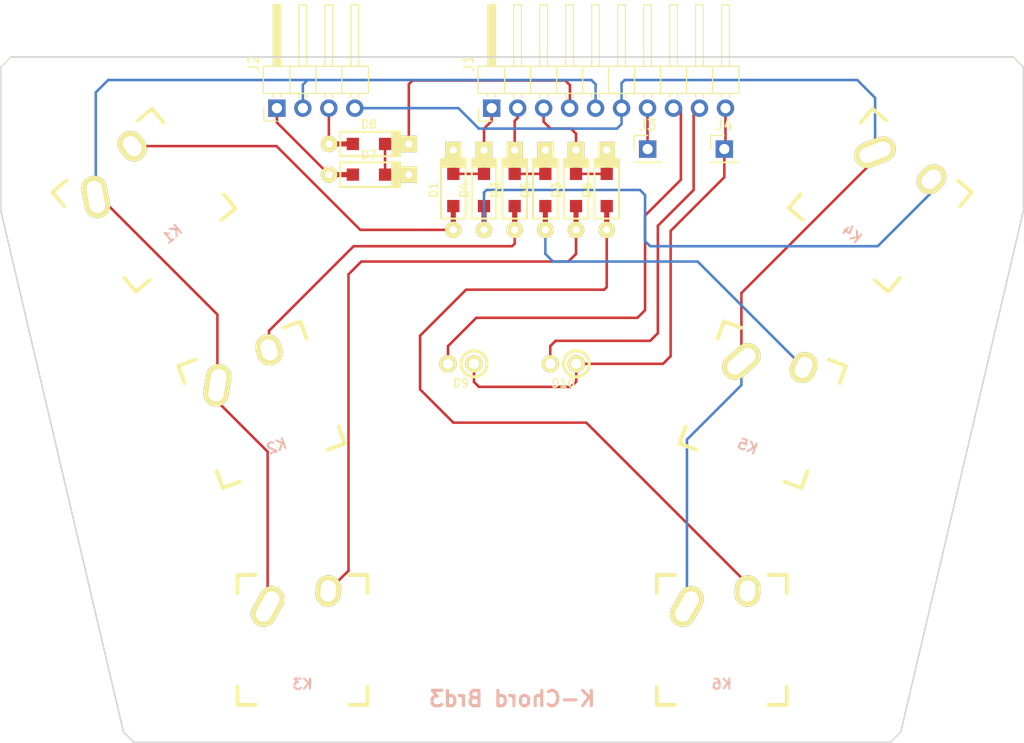
<source format=kicad_pcb>
(kicad_pcb (version 20171130) (host pcbnew "(5.1.2)-2")

  (general
    (thickness 1.6)
    (drawings 11)
    (tracks 120)
    (zones 0)
    (modules 24)
    (nets 19)
  )

  (page A4)
  (layers
    (0 F.Cu signal)
    (31 B.Cu signal)
    (32 B.Adhes user)
    (33 F.Adhes user)
    (34 B.Paste user)
    (35 F.Paste user)
    (36 B.SilkS user)
    (37 F.SilkS user)
    (38 B.Mask user)
    (39 F.Mask user)
    (40 Dwgs.User user)
    (41 Cmts.User user)
    (42 Eco1.User user)
    (43 Eco2.User user)
    (44 Edge.Cuts user)
    (45 Margin user)
    (46 B.CrtYd user)
    (47 F.CrtYd user)
    (48 B.Fab user)
    (49 F.Fab user)
  )

  (setup
    (last_trace_width 0.25)
    (trace_clearance 0.2)
    (zone_clearance 0.508)
    (zone_45_only no)
    (trace_min 0.2)
    (via_size 0.6)
    (via_drill 0.4)
    (via_min_size 0.4)
    (via_min_drill 0.3)
    (uvia_size 0.3)
    (uvia_drill 0.1)
    (uvias_allowed no)
    (uvia_min_size 0.2)
    (uvia_min_drill 0.1)
    (edge_width 0.15)
    (segment_width 0.2)
    (pcb_text_width 0.3)
    (pcb_text_size 1.5 1.5)
    (mod_edge_width 0.15)
    (mod_text_size 1 1)
    (mod_text_width 0.15)
    (pad_size 1.524 1.524)
    (pad_drill 0.762)
    (pad_to_mask_clearance 0.2)
    (aux_axis_origin 0 0)
    (visible_elements 7FFFFFFF)
    (pcbplotparams
      (layerselection 0x010f0_ffffffff)
      (usegerberextensions false)
      (usegerberattributes false)
      (usegerberadvancedattributes false)
      (creategerberjobfile false)
      (excludeedgelayer true)
      (linewidth 0.100000)
      (plotframeref false)
      (viasonmask false)
      (mode 1)
      (useauxorigin false)
      (hpglpennumber 1)
      (hpglpenspeed 20)
      (hpglpendiameter 15.000000)
      (psnegative false)
      (psa4output false)
      (plotreference true)
      (plotvalue true)
      (plotinvisibletext false)
      (padsonsilk false)
      (subtractmaskfromsilk false)
      (outputformat 1)
      (mirror false)
      (drillshape 0)
      (scaleselection 1)
      (outputdirectory ""))
  )

  (net 0 "")
  (net 1 "Net-(D1-Pad2)")
  (net 2 "Net-(D1-Pad1)")
  (net 3 "Net-(D2-Pad2)")
  (net 4 "Net-(D2-Pad1)")
  (net 5 "Net-(D3-Pad2)")
  (net 6 "Net-(D3-Pad1)")
  (net 7 "Net-(D4-Pad2)")
  (net 8 "Net-(D5-Pad2)")
  (net 9 "Net-(D6-Pad2)")
  (net 10 "Net-(D7-Pad2)")
  (net 11 "Net-(D8-Pad2)")
  (net 12 "Net-(J1-Pad5)")
  (net 13 "Net-(J1-Pad6)")
  (net 14 "Net-(J1-Pad7)")
  (net 15 "Net-(D7-Pad1)")
  (net 16 "Net-(D10-Pad1)")
  (net 17 "Net-(D9-Pad2)")
  (net 18 "Net-(D10-Pad2)")

  (net_class Default "This is the default net class."
    (clearance 0.2)
    (trace_width 0.25)
    (via_dia 0.6)
    (via_drill 0.4)
    (uvia_dia 0.3)
    (uvia_drill 0.1)
    (add_net "Net-(D1-Pad1)")
    (add_net "Net-(D1-Pad2)")
    (add_net "Net-(D10-Pad1)")
    (add_net "Net-(D10-Pad2)")
    (add_net "Net-(D2-Pad1)")
    (add_net "Net-(D2-Pad2)")
    (add_net "Net-(D3-Pad1)")
    (add_net "Net-(D3-Pad2)")
    (add_net "Net-(D4-Pad2)")
    (add_net "Net-(D5-Pad2)")
    (add_net "Net-(D6-Pad2)")
    (add_net "Net-(D7-Pad1)")
    (add_net "Net-(D7-Pad2)")
    (add_net "Net-(D8-Pad2)")
    (add_net "Net-(D9-Pad2)")
    (add_net "Net-(J1-Pad5)")
    (add_net "Net-(J1-Pad6)")
    (add_net "Net-(J1-Pad7)")
  )

  (module Mounting_Holes:MountingHole_3.2mm_M3 (layer F.Cu) (tedit 5A2A6D72) (tstamp 5A2B1C26)
    (at 115 87)
    (descr "Mounting Hole 3.2mm, no annular, M3")
    (tags "mounting hole 3.2mm no annular m3")
    (attr virtual)
    (fp_text reference "" (at 0 -4.2) (layer F.SilkS)
      (effects (font (size 1 1) (thickness 0.15)))
    )
    (fp_text value 3.2mm (at 0 4.2) (layer F.Fab)
      (effects (font (size 1 1) (thickness 0.15)))
    )
    (fp_text user %R (at 0.3 0) (layer F.Fab)
      (effects (font (size 1 1) (thickness 0.15)))
    )
    (fp_circle (center 0 0) (end 3.2 0) (layer Cmts.User) (width 0.15))
    (fp_circle (center 0 0) (end 3.45 0) (layer F.CrtYd) (width 0.05))
    (pad 1 np_thru_hole circle (at 0 0) (size 3.2 3.2) (drill 3.2) (layers *.Cu *.Mask))
  )

  (module keyboard_parts:D_SOD123_axial (layer F.Cu) (tedit 561B6A12) (tstamp 5A29DB76)
    (at 144.25 43 270)
    (path /5A29D981)
    (attr smd)
    (fp_text reference D1 (at 0 1.925 270) (layer F.SilkS)
      (effects (font (size 0.8 0.8) (thickness 0.15)))
    )
    (fp_text value D (at 0 -1.925 270) (layer F.SilkS) hide
      (effects (font (size 0.8 0.8) (thickness 0.15)))
    )
    (fp_line (start -2.275 -1.2) (end -2.275 1.2) (layer F.SilkS) (width 0.2))
    (fp_line (start -2.45 -1.2) (end -2.45 1.2) (layer F.SilkS) (width 0.2))
    (fp_line (start -2.625 -1.2) (end -2.625 1.2) (layer F.SilkS) (width 0.2))
    (fp_line (start -3.025 1.2) (end -3.025 -1.2) (layer F.SilkS) (width 0.2))
    (fp_line (start -2.8 -1.2) (end -2.8 1.2) (layer F.SilkS) (width 0.2))
    (fp_line (start -2.925 -1.2) (end -2.925 1.2) (layer F.SilkS) (width 0.2))
    (fp_line (start -3 -1.2) (end 2.8 -1.2) (layer F.SilkS) (width 0.2))
    (fp_line (start 2.8 -1.2) (end 2.8 1.2) (layer F.SilkS) (width 0.2))
    (fp_line (start 2.8 1.2) (end -3 1.2) (layer F.SilkS) (width 0.2))
    (pad 2 smd rect (at 1.575 0 270) (size 1.2 1.2) (layers F.Cu F.Paste F.Mask)
      (net 1 "Net-(D1-Pad2)"))
    (pad 1 smd rect (at -1.575 0 270) (size 1.2 1.2) (layers F.Cu F.Paste F.Mask)
      (net 2 "Net-(D1-Pad1)"))
    (pad 1 thru_hole rect (at -3.9 0 270) (size 1.6 1.6) (drill 0.7) (layers *.Cu *.Mask F.SilkS)
      (net 2 "Net-(D1-Pad1)"))
    (pad 2 thru_hole circle (at 3.9 0 270) (size 1.6 1.6) (drill 0.7) (layers *.Cu *.Mask F.SilkS)
      (net 1 "Net-(D1-Pad2)"))
    (pad 1 smd rect (at -2.7 0 270) (size 2.5 0.5) (layers F.Cu)
      (net 2 "Net-(D1-Pad1)") (solder_mask_margin -999))
    (pad 2 smd rect (at 2.7 0 270) (size 2.5 0.5) (layers F.Cu)
      (net 1 "Net-(D1-Pad2)") (solder_mask_margin -999))
  )

  (module keyboard_parts:D_SOD123_axial (layer F.Cu) (tedit 561B6A12) (tstamp 5A29DB80)
    (at 150.25 43 270)
    (path /5A29D9AA)
    (attr smd)
    (fp_text reference D2 (at 0 1.925 270) (layer F.SilkS)
      (effects (font (size 0.8 0.8) (thickness 0.15)))
    )
    (fp_text value D (at 0 -1.925 270) (layer F.SilkS) hide
      (effects (font (size 0.8 0.8) (thickness 0.15)))
    )
    (fp_line (start -2.275 -1.2) (end -2.275 1.2) (layer F.SilkS) (width 0.2))
    (fp_line (start -2.45 -1.2) (end -2.45 1.2) (layer F.SilkS) (width 0.2))
    (fp_line (start -2.625 -1.2) (end -2.625 1.2) (layer F.SilkS) (width 0.2))
    (fp_line (start -3.025 1.2) (end -3.025 -1.2) (layer F.SilkS) (width 0.2))
    (fp_line (start -2.8 -1.2) (end -2.8 1.2) (layer F.SilkS) (width 0.2))
    (fp_line (start -2.925 -1.2) (end -2.925 1.2) (layer F.SilkS) (width 0.2))
    (fp_line (start -3 -1.2) (end 2.8 -1.2) (layer F.SilkS) (width 0.2))
    (fp_line (start 2.8 -1.2) (end 2.8 1.2) (layer F.SilkS) (width 0.2))
    (fp_line (start 2.8 1.2) (end -3 1.2) (layer F.SilkS) (width 0.2))
    (pad 2 smd rect (at 1.575 0 270) (size 1.2 1.2) (layers F.Cu F.Paste F.Mask)
      (net 3 "Net-(D2-Pad2)"))
    (pad 1 smd rect (at -1.575 0 270) (size 1.2 1.2) (layers F.Cu F.Paste F.Mask)
      (net 4 "Net-(D2-Pad1)"))
    (pad 1 thru_hole rect (at -3.9 0 270) (size 1.6 1.6) (drill 0.7) (layers *.Cu *.Mask F.SilkS)
      (net 4 "Net-(D2-Pad1)"))
    (pad 2 thru_hole circle (at 3.9 0 270) (size 1.6 1.6) (drill 0.7) (layers *.Cu *.Mask F.SilkS)
      (net 3 "Net-(D2-Pad2)"))
    (pad 1 smd rect (at -2.7 0 270) (size 2.5 0.5) (layers F.Cu)
      (net 4 "Net-(D2-Pad1)") (solder_mask_margin -999))
    (pad 2 smd rect (at 2.7 0 270) (size 2.5 0.5) (layers F.Cu)
      (net 3 "Net-(D2-Pad2)") (solder_mask_margin -999))
  )

  (module keyboard_parts:D_SOD123_axial (layer F.Cu) (tedit 561B6A12) (tstamp 5A29DB8A)
    (at 156.25 43 270)
    (path /5A29D9CB)
    (attr smd)
    (fp_text reference D3 (at 0 1.925 270) (layer F.SilkS)
      (effects (font (size 0.8 0.8) (thickness 0.15)))
    )
    (fp_text value D (at 0 -1.925 270) (layer F.SilkS) hide
      (effects (font (size 0.8 0.8) (thickness 0.15)))
    )
    (fp_line (start -2.275 -1.2) (end -2.275 1.2) (layer F.SilkS) (width 0.2))
    (fp_line (start -2.45 -1.2) (end -2.45 1.2) (layer F.SilkS) (width 0.2))
    (fp_line (start -2.625 -1.2) (end -2.625 1.2) (layer F.SilkS) (width 0.2))
    (fp_line (start -3.025 1.2) (end -3.025 -1.2) (layer F.SilkS) (width 0.2))
    (fp_line (start -2.8 -1.2) (end -2.8 1.2) (layer F.SilkS) (width 0.2))
    (fp_line (start -2.925 -1.2) (end -2.925 1.2) (layer F.SilkS) (width 0.2))
    (fp_line (start -3 -1.2) (end 2.8 -1.2) (layer F.SilkS) (width 0.2))
    (fp_line (start 2.8 -1.2) (end 2.8 1.2) (layer F.SilkS) (width 0.2))
    (fp_line (start 2.8 1.2) (end -3 1.2) (layer F.SilkS) (width 0.2))
    (pad 2 smd rect (at 1.575 0 270) (size 1.2 1.2) (layers F.Cu F.Paste F.Mask)
      (net 5 "Net-(D3-Pad2)"))
    (pad 1 smd rect (at -1.575 0 270) (size 1.2 1.2) (layers F.Cu F.Paste F.Mask)
      (net 6 "Net-(D3-Pad1)"))
    (pad 1 thru_hole rect (at -3.9 0 270) (size 1.6 1.6) (drill 0.7) (layers *.Cu *.Mask F.SilkS)
      (net 6 "Net-(D3-Pad1)"))
    (pad 2 thru_hole circle (at 3.9 0 270) (size 1.6 1.6) (drill 0.7) (layers *.Cu *.Mask F.SilkS)
      (net 5 "Net-(D3-Pad2)"))
    (pad 1 smd rect (at -2.7 0 270) (size 2.5 0.5) (layers F.Cu)
      (net 6 "Net-(D3-Pad1)") (solder_mask_margin -999))
    (pad 2 smd rect (at 2.7 0 270) (size 2.5 0.5) (layers F.Cu)
      (net 5 "Net-(D3-Pad2)") (solder_mask_margin -999))
  )

  (module keyboard_parts:D_SOD123_axial (layer F.Cu) (tedit 561B6A12) (tstamp 5A29DB94)
    (at 147.25 43 270)
    (path /5A29DA06)
    (attr smd)
    (fp_text reference D4 (at 0 1.925 270) (layer F.SilkS)
      (effects (font (size 0.8 0.8) (thickness 0.15)))
    )
    (fp_text value D (at 0 -1.925 270) (layer F.SilkS) hide
      (effects (font (size 0.8 0.8) (thickness 0.15)))
    )
    (fp_line (start -2.275 -1.2) (end -2.275 1.2) (layer F.SilkS) (width 0.2))
    (fp_line (start -2.45 -1.2) (end -2.45 1.2) (layer F.SilkS) (width 0.2))
    (fp_line (start -2.625 -1.2) (end -2.625 1.2) (layer F.SilkS) (width 0.2))
    (fp_line (start -3.025 1.2) (end -3.025 -1.2) (layer F.SilkS) (width 0.2))
    (fp_line (start -2.8 -1.2) (end -2.8 1.2) (layer F.SilkS) (width 0.2))
    (fp_line (start -2.925 -1.2) (end -2.925 1.2) (layer F.SilkS) (width 0.2))
    (fp_line (start -3 -1.2) (end 2.8 -1.2) (layer F.SilkS) (width 0.2))
    (fp_line (start 2.8 -1.2) (end 2.8 1.2) (layer F.SilkS) (width 0.2))
    (fp_line (start 2.8 1.2) (end -3 1.2) (layer F.SilkS) (width 0.2))
    (pad 2 smd rect (at 1.575 0 270) (size 1.2 1.2) (layers F.Cu F.Paste F.Mask)
      (net 7 "Net-(D4-Pad2)"))
    (pad 1 smd rect (at -1.575 0 270) (size 1.2 1.2) (layers F.Cu F.Paste F.Mask)
      (net 2 "Net-(D1-Pad1)"))
    (pad 1 thru_hole rect (at -3.9 0 270) (size 1.6 1.6) (drill 0.7) (layers *.Cu *.Mask F.SilkS)
      (net 2 "Net-(D1-Pad1)"))
    (pad 2 thru_hole circle (at 3.9 0 270) (size 1.6 1.6) (drill 0.7) (layers *.Cu *.Mask F.SilkS)
      (net 7 "Net-(D4-Pad2)"))
    (pad 1 smd rect (at -2.7 0 270) (size 2.5 0.5) (layers F.Cu)
      (net 2 "Net-(D1-Pad1)") (solder_mask_margin -999))
    (pad 2 smd rect (at 2.7 0 270) (size 2.5 0.5) (layers F.Cu)
      (net 7 "Net-(D4-Pad2)") (solder_mask_margin -999))
  )

  (module keyboard_parts:D_SOD123_axial (layer F.Cu) (tedit 561B6A12) (tstamp 5A29F38B)
    (at 153.25 43 270)
    (path /5A29DF3E)
    (attr smd)
    (fp_text reference D5 (at 0 1.925 270) (layer F.SilkS)
      (effects (font (size 0.8 0.8) (thickness 0.15)))
    )
    (fp_text value D (at 0 -1.925 270) (layer F.SilkS) hide
      (effects (font (size 0.8 0.8) (thickness 0.15)))
    )
    (fp_line (start -2.275 -1.2) (end -2.275 1.2) (layer F.SilkS) (width 0.2))
    (fp_line (start -2.45 -1.2) (end -2.45 1.2) (layer F.SilkS) (width 0.2))
    (fp_line (start -2.625 -1.2) (end -2.625 1.2) (layer F.SilkS) (width 0.2))
    (fp_line (start -3.025 1.2) (end -3.025 -1.2) (layer F.SilkS) (width 0.2))
    (fp_line (start -2.8 -1.2) (end -2.8 1.2) (layer F.SilkS) (width 0.2))
    (fp_line (start -2.925 -1.2) (end -2.925 1.2) (layer F.SilkS) (width 0.2))
    (fp_line (start -3 -1.2) (end 2.8 -1.2) (layer F.SilkS) (width 0.2))
    (fp_line (start 2.8 -1.2) (end 2.8 1.2) (layer F.SilkS) (width 0.2))
    (fp_line (start 2.8 1.2) (end -3 1.2) (layer F.SilkS) (width 0.2))
    (pad 2 smd rect (at 1.575 0 270) (size 1.2 1.2) (layers F.Cu F.Paste F.Mask)
      (net 8 "Net-(D5-Pad2)"))
    (pad 1 smd rect (at -1.575 0 270) (size 1.2 1.2) (layers F.Cu F.Paste F.Mask)
      (net 4 "Net-(D2-Pad1)"))
    (pad 1 thru_hole rect (at -3.9 0 270) (size 1.6 1.6) (drill 0.7) (layers *.Cu *.Mask F.SilkS)
      (net 4 "Net-(D2-Pad1)"))
    (pad 2 thru_hole circle (at 3.9 0 270) (size 1.6 1.6) (drill 0.7) (layers *.Cu *.Mask F.SilkS)
      (net 8 "Net-(D5-Pad2)"))
    (pad 1 smd rect (at -2.7 0 270) (size 2.5 0.5) (layers F.Cu)
      (net 4 "Net-(D2-Pad1)") (solder_mask_margin -999))
    (pad 2 smd rect (at 2.7 0 270) (size 2.5 0.5) (layers F.Cu)
      (net 8 "Net-(D5-Pad2)") (solder_mask_margin -999))
  )

  (module keyboard_parts:D_SOD123_axial (layer F.Cu) (tedit 561B6A12) (tstamp 5A29F395)
    (at 159.25 43 270)
    (path /5A29DF5F)
    (attr smd)
    (fp_text reference D6 (at 0 1.925 270) (layer F.SilkS)
      (effects (font (size 0.8 0.8) (thickness 0.15)))
    )
    (fp_text value D (at 0 -1.925 270) (layer F.SilkS) hide
      (effects (font (size 0.8 0.8) (thickness 0.15)))
    )
    (fp_line (start -2.275 -1.2) (end -2.275 1.2) (layer F.SilkS) (width 0.2))
    (fp_line (start -2.45 -1.2) (end -2.45 1.2) (layer F.SilkS) (width 0.2))
    (fp_line (start -2.625 -1.2) (end -2.625 1.2) (layer F.SilkS) (width 0.2))
    (fp_line (start -3.025 1.2) (end -3.025 -1.2) (layer F.SilkS) (width 0.2))
    (fp_line (start -2.8 -1.2) (end -2.8 1.2) (layer F.SilkS) (width 0.2))
    (fp_line (start -2.925 -1.2) (end -2.925 1.2) (layer F.SilkS) (width 0.2))
    (fp_line (start -3 -1.2) (end 2.8 -1.2) (layer F.SilkS) (width 0.2))
    (fp_line (start 2.8 -1.2) (end 2.8 1.2) (layer F.SilkS) (width 0.2))
    (fp_line (start 2.8 1.2) (end -3 1.2) (layer F.SilkS) (width 0.2))
    (pad 2 smd rect (at 1.575 0 270) (size 1.2 1.2) (layers F.Cu F.Paste F.Mask)
      (net 9 "Net-(D6-Pad2)"))
    (pad 1 smd rect (at -1.575 0 270) (size 1.2 1.2) (layers F.Cu F.Paste F.Mask)
      (net 6 "Net-(D3-Pad1)"))
    (pad 1 thru_hole rect (at -3.9 0 270) (size 1.6 1.6) (drill 0.7) (layers *.Cu *.Mask F.SilkS)
      (net 6 "Net-(D3-Pad1)"))
    (pad 2 thru_hole circle (at 3.9 0 270) (size 1.6 1.6) (drill 0.7) (layers *.Cu *.Mask F.SilkS)
      (net 9 "Net-(D6-Pad2)"))
    (pad 1 smd rect (at -2.7 0 270) (size 2.5 0.5) (layers F.Cu)
      (net 6 "Net-(D3-Pad1)") (solder_mask_margin -999))
    (pad 2 smd rect (at 2.7 0 270) (size 2.5 0.5) (layers F.Cu)
      (net 9 "Net-(D6-Pad2)") (solder_mask_margin -999))
  )

  (module Pin_Headers:Pin_Header_Angled_1x10_Pitch2.54mm (layer F.Cu) (tedit 5A2B2EC8) (tstamp 5A29F3B7)
    (at 148 35 90)
    (descr "Through hole angled pin header, 1x10, 2.54mm pitch, 6mm pin length, single row")
    (tags "Through hole angled pin header THT 1x10 2.54mm single row")
    (path /5A29E5A8)
    (fp_text reference J1 (at 4.385 -2.27 90) (layer F.SilkS)
      (effects (font (size 1 1) (thickness 0.15)))
    )
    (fp_text value Main (at 3.75 26.75 180) (layer F.Fab)
      (effects (font (size 1 1) (thickness 0.15)))
    )
    (fp_line (start 2.135 -1.27) (end 4.04 -1.27) (layer F.Fab) (width 0.1))
    (fp_line (start 4.04 -1.27) (end 4.04 24.13) (layer F.Fab) (width 0.1))
    (fp_line (start 4.04 24.13) (end 1.5 24.13) (layer F.Fab) (width 0.1))
    (fp_line (start 1.5 24.13) (end 1.5 -0.635) (layer F.Fab) (width 0.1))
    (fp_line (start 1.5 -0.635) (end 2.135 -1.27) (layer F.Fab) (width 0.1))
    (fp_line (start -0.32 -0.32) (end 1.5 -0.32) (layer F.Fab) (width 0.1))
    (fp_line (start -0.32 -0.32) (end -0.32 0.32) (layer F.Fab) (width 0.1))
    (fp_line (start -0.32 0.32) (end 1.5 0.32) (layer F.Fab) (width 0.1))
    (fp_line (start 4.04 -0.32) (end 10.04 -0.32) (layer F.Fab) (width 0.1))
    (fp_line (start 10.04 -0.32) (end 10.04 0.32) (layer F.Fab) (width 0.1))
    (fp_line (start 4.04 0.32) (end 10.04 0.32) (layer F.Fab) (width 0.1))
    (fp_line (start -0.32 2.22) (end 1.5 2.22) (layer F.Fab) (width 0.1))
    (fp_line (start -0.32 2.22) (end -0.32 2.86) (layer F.Fab) (width 0.1))
    (fp_line (start -0.32 2.86) (end 1.5 2.86) (layer F.Fab) (width 0.1))
    (fp_line (start 4.04 2.22) (end 10.04 2.22) (layer F.Fab) (width 0.1))
    (fp_line (start 10.04 2.22) (end 10.04 2.86) (layer F.Fab) (width 0.1))
    (fp_line (start 4.04 2.86) (end 10.04 2.86) (layer F.Fab) (width 0.1))
    (fp_line (start -0.32 4.76) (end 1.5 4.76) (layer F.Fab) (width 0.1))
    (fp_line (start -0.32 4.76) (end -0.32 5.4) (layer F.Fab) (width 0.1))
    (fp_line (start -0.32 5.4) (end 1.5 5.4) (layer F.Fab) (width 0.1))
    (fp_line (start 4.04 4.76) (end 10.04 4.76) (layer F.Fab) (width 0.1))
    (fp_line (start 10.04 4.76) (end 10.04 5.4) (layer F.Fab) (width 0.1))
    (fp_line (start 4.04 5.4) (end 10.04 5.4) (layer F.Fab) (width 0.1))
    (fp_line (start -0.32 7.3) (end 1.5 7.3) (layer F.Fab) (width 0.1))
    (fp_line (start -0.32 7.3) (end -0.32 7.94) (layer F.Fab) (width 0.1))
    (fp_line (start -0.32 7.94) (end 1.5 7.94) (layer F.Fab) (width 0.1))
    (fp_line (start 4.04 7.3) (end 10.04 7.3) (layer F.Fab) (width 0.1))
    (fp_line (start 10.04 7.3) (end 10.04 7.94) (layer F.Fab) (width 0.1))
    (fp_line (start 4.04 7.94) (end 10.04 7.94) (layer F.Fab) (width 0.1))
    (fp_line (start -0.32 9.84) (end 1.5 9.84) (layer F.Fab) (width 0.1))
    (fp_line (start -0.32 9.84) (end -0.32 10.48) (layer F.Fab) (width 0.1))
    (fp_line (start -0.32 10.48) (end 1.5 10.48) (layer F.Fab) (width 0.1))
    (fp_line (start 4.04 9.84) (end 10.04 9.84) (layer F.Fab) (width 0.1))
    (fp_line (start 10.04 9.84) (end 10.04 10.48) (layer F.Fab) (width 0.1))
    (fp_line (start 4.04 10.48) (end 10.04 10.48) (layer F.Fab) (width 0.1))
    (fp_line (start -0.32 12.38) (end 1.5 12.38) (layer F.Fab) (width 0.1))
    (fp_line (start -0.32 12.38) (end -0.32 13.02) (layer F.Fab) (width 0.1))
    (fp_line (start -0.32 13.02) (end 1.5 13.02) (layer F.Fab) (width 0.1))
    (fp_line (start 4.04 12.38) (end 10.04 12.38) (layer F.Fab) (width 0.1))
    (fp_line (start 10.04 12.38) (end 10.04 13.02) (layer F.Fab) (width 0.1))
    (fp_line (start 4.04 13.02) (end 10.04 13.02) (layer F.Fab) (width 0.1))
    (fp_line (start -0.32 14.92) (end 1.5 14.92) (layer F.Fab) (width 0.1))
    (fp_line (start -0.32 14.92) (end -0.32 15.56) (layer F.Fab) (width 0.1))
    (fp_line (start -0.32 15.56) (end 1.5 15.56) (layer F.Fab) (width 0.1))
    (fp_line (start 4.04 14.92) (end 10.04 14.92) (layer F.Fab) (width 0.1))
    (fp_line (start 10.04 14.92) (end 10.04 15.56) (layer F.Fab) (width 0.1))
    (fp_line (start 4.04 15.56) (end 10.04 15.56) (layer F.Fab) (width 0.1))
    (fp_line (start -0.32 17.46) (end 1.5 17.46) (layer F.Fab) (width 0.1))
    (fp_line (start -0.32 17.46) (end -0.32 18.1) (layer F.Fab) (width 0.1))
    (fp_line (start -0.32 18.1) (end 1.5 18.1) (layer F.Fab) (width 0.1))
    (fp_line (start 4.04 17.46) (end 10.04 17.46) (layer F.Fab) (width 0.1))
    (fp_line (start 10.04 17.46) (end 10.04 18.1) (layer F.Fab) (width 0.1))
    (fp_line (start 4.04 18.1) (end 10.04 18.1) (layer F.Fab) (width 0.1))
    (fp_line (start -0.32 20) (end 1.5 20) (layer F.Fab) (width 0.1))
    (fp_line (start -0.32 20) (end -0.32 20.64) (layer F.Fab) (width 0.1))
    (fp_line (start -0.32 20.64) (end 1.5 20.64) (layer F.Fab) (width 0.1))
    (fp_line (start 4.04 20) (end 10.04 20) (layer F.Fab) (width 0.1))
    (fp_line (start 10.04 20) (end 10.04 20.64) (layer F.Fab) (width 0.1))
    (fp_line (start 4.04 20.64) (end 10.04 20.64) (layer F.Fab) (width 0.1))
    (fp_line (start -0.32 22.54) (end 1.5 22.54) (layer F.Fab) (width 0.1))
    (fp_line (start -0.32 22.54) (end -0.32 23.18) (layer F.Fab) (width 0.1))
    (fp_line (start -0.32 23.18) (end 1.5 23.18) (layer F.Fab) (width 0.1))
    (fp_line (start 4.04 22.54) (end 10.04 22.54) (layer F.Fab) (width 0.1))
    (fp_line (start 10.04 22.54) (end 10.04 23.18) (layer F.Fab) (width 0.1))
    (fp_line (start 4.04 23.18) (end 10.04 23.18) (layer F.Fab) (width 0.1))
    (fp_line (start 1.44 -1.33) (end 1.44 24.19) (layer F.SilkS) (width 0.12))
    (fp_line (start 1.44 24.19) (end 4.1 24.19) (layer F.SilkS) (width 0.12))
    (fp_line (start 4.1 24.19) (end 4.1 -1.33) (layer F.SilkS) (width 0.12))
    (fp_line (start 4.1 -1.33) (end 1.44 -1.33) (layer F.SilkS) (width 0.12))
    (fp_line (start 4.1 -0.38) (end 10.1 -0.38) (layer F.SilkS) (width 0.12))
    (fp_line (start 10.1 -0.38) (end 10.1 0.38) (layer F.SilkS) (width 0.12))
    (fp_line (start 10.1 0.38) (end 4.1 0.38) (layer F.SilkS) (width 0.12))
    (fp_line (start 4.1 -0.32) (end 10.1 -0.32) (layer F.SilkS) (width 0.12))
    (fp_line (start 4.1 -0.2) (end 10.1 -0.2) (layer F.SilkS) (width 0.12))
    (fp_line (start 4.1 -0.08) (end 10.1 -0.08) (layer F.SilkS) (width 0.12))
    (fp_line (start 4.1 0.04) (end 10.1 0.04) (layer F.SilkS) (width 0.12))
    (fp_line (start 4.1 0.16) (end 10.1 0.16) (layer F.SilkS) (width 0.12))
    (fp_line (start 4.1 0.28) (end 10.1 0.28) (layer F.SilkS) (width 0.12))
    (fp_line (start 1.11 -0.38) (end 1.44 -0.38) (layer F.SilkS) (width 0.12))
    (fp_line (start 1.11 0.38) (end 1.44 0.38) (layer F.SilkS) (width 0.12))
    (fp_line (start 1.44 1.27) (end 4.1 1.27) (layer F.SilkS) (width 0.12))
    (fp_line (start 4.1 2.16) (end 10.1 2.16) (layer F.SilkS) (width 0.12))
    (fp_line (start 10.1 2.16) (end 10.1 2.92) (layer F.SilkS) (width 0.12))
    (fp_line (start 10.1 2.92) (end 4.1 2.92) (layer F.SilkS) (width 0.12))
    (fp_line (start 1.042929 2.16) (end 1.44 2.16) (layer F.SilkS) (width 0.12))
    (fp_line (start 1.042929 2.92) (end 1.44 2.92) (layer F.SilkS) (width 0.12))
    (fp_line (start 1.44 3.81) (end 4.1 3.81) (layer F.SilkS) (width 0.12))
    (fp_line (start 4.1 4.7) (end 10.1 4.7) (layer F.SilkS) (width 0.12))
    (fp_line (start 10.1 4.7) (end 10.1 5.46) (layer F.SilkS) (width 0.12))
    (fp_line (start 10.1 5.46) (end 4.1 5.46) (layer F.SilkS) (width 0.12))
    (fp_line (start 1.042929 4.7) (end 1.44 4.7) (layer F.SilkS) (width 0.12))
    (fp_line (start 1.042929 5.46) (end 1.44 5.46) (layer F.SilkS) (width 0.12))
    (fp_line (start 1.44 6.35) (end 4.1 6.35) (layer F.SilkS) (width 0.12))
    (fp_line (start 4.1 7.24) (end 10.1 7.24) (layer F.SilkS) (width 0.12))
    (fp_line (start 10.1 7.24) (end 10.1 8) (layer F.SilkS) (width 0.12))
    (fp_line (start 10.1 8) (end 4.1 8) (layer F.SilkS) (width 0.12))
    (fp_line (start 1.042929 7.24) (end 1.44 7.24) (layer F.SilkS) (width 0.12))
    (fp_line (start 1.042929 8) (end 1.44 8) (layer F.SilkS) (width 0.12))
    (fp_line (start 1.44 8.89) (end 4.1 8.89) (layer F.SilkS) (width 0.12))
    (fp_line (start 4.1 9.78) (end 10.1 9.78) (layer F.SilkS) (width 0.12))
    (fp_line (start 10.1 9.78) (end 10.1 10.54) (layer F.SilkS) (width 0.12))
    (fp_line (start 10.1 10.54) (end 4.1 10.54) (layer F.SilkS) (width 0.12))
    (fp_line (start 1.042929 9.78) (end 1.44 9.78) (layer F.SilkS) (width 0.12))
    (fp_line (start 1.042929 10.54) (end 1.44 10.54) (layer F.SilkS) (width 0.12))
    (fp_line (start 1.44 11.43) (end 4.1 11.43) (layer F.SilkS) (width 0.12))
    (fp_line (start 4.1 12.32) (end 10.1 12.32) (layer F.SilkS) (width 0.12))
    (fp_line (start 10.1 12.32) (end 10.1 13.08) (layer F.SilkS) (width 0.12))
    (fp_line (start 10.1 13.08) (end 4.1 13.08) (layer F.SilkS) (width 0.12))
    (fp_line (start 1.042929 12.32) (end 1.44 12.32) (layer F.SilkS) (width 0.12))
    (fp_line (start 1.042929 13.08) (end 1.44 13.08) (layer F.SilkS) (width 0.12))
    (fp_line (start 1.44 13.97) (end 4.1 13.97) (layer F.SilkS) (width 0.12))
    (fp_line (start 4.1 14.86) (end 10.1 14.86) (layer F.SilkS) (width 0.12))
    (fp_line (start 10.1 14.86) (end 10.1 15.62) (layer F.SilkS) (width 0.12))
    (fp_line (start 10.1 15.62) (end 4.1 15.62) (layer F.SilkS) (width 0.12))
    (fp_line (start 1.042929 14.86) (end 1.44 14.86) (layer F.SilkS) (width 0.12))
    (fp_line (start 1.042929 15.62) (end 1.44 15.62) (layer F.SilkS) (width 0.12))
    (fp_line (start 1.44 16.51) (end 4.1 16.51) (layer F.SilkS) (width 0.12))
    (fp_line (start 4.1 17.4) (end 10.1 17.4) (layer F.SilkS) (width 0.12))
    (fp_line (start 10.1 17.4) (end 10.1 18.16) (layer F.SilkS) (width 0.12))
    (fp_line (start 10.1 18.16) (end 4.1 18.16) (layer F.SilkS) (width 0.12))
    (fp_line (start 1.042929 17.4) (end 1.44 17.4) (layer F.SilkS) (width 0.12))
    (fp_line (start 1.042929 18.16) (end 1.44 18.16) (layer F.SilkS) (width 0.12))
    (fp_line (start 1.44 19.05) (end 4.1 19.05) (layer F.SilkS) (width 0.12))
    (fp_line (start 4.1 19.94) (end 10.1 19.94) (layer F.SilkS) (width 0.12))
    (fp_line (start 10.1 19.94) (end 10.1 20.7) (layer F.SilkS) (width 0.12))
    (fp_line (start 10.1 20.7) (end 4.1 20.7) (layer F.SilkS) (width 0.12))
    (fp_line (start 1.042929 19.94) (end 1.44 19.94) (layer F.SilkS) (width 0.12))
    (fp_line (start 1.042929 20.7) (end 1.44 20.7) (layer F.SilkS) (width 0.12))
    (fp_line (start 1.44 21.59) (end 4.1 21.59) (layer F.SilkS) (width 0.12))
    (fp_line (start 4.1 22.48) (end 10.1 22.48) (layer F.SilkS) (width 0.12))
    (fp_line (start 10.1 22.48) (end 10.1 23.24) (layer F.SilkS) (width 0.12))
    (fp_line (start 10.1 23.24) (end 4.1 23.24) (layer F.SilkS) (width 0.12))
    (fp_line (start 1.042929 22.48) (end 1.44 22.48) (layer F.SilkS) (width 0.12))
    (fp_line (start 1.042929 23.24) (end 1.44 23.24) (layer F.SilkS) (width 0.12))
    (fp_line (start -1.27 0) (end -1.27 -1.27) (layer F.SilkS) (width 0.12))
    (fp_line (start -1.27 -1.27) (end 0 -1.27) (layer F.SilkS) (width 0.12))
    (fp_line (start -1.8 -1.8) (end -1.8 24.65) (layer F.CrtYd) (width 0.05))
    (fp_line (start -1.8 24.65) (end 10.55 24.65) (layer F.CrtYd) (width 0.05))
    (fp_line (start 10.55 24.65) (end 10.55 -1.8) (layer F.CrtYd) (width 0.05))
    (fp_line (start 10.55 -1.8) (end -1.8 -1.8) (layer F.CrtYd) (width 0.05))
    (fp_text user %R (at 2.77 11.43 180) (layer F.Fab)
      (effects (font (size 1 1) (thickness 0.15)))
    )
    (pad 1 thru_hole rect (at 0 0 90) (size 1.7 1.7) (drill 1) (layers *.Cu *.Mask)
      (net 2 "Net-(D1-Pad1)"))
    (pad 2 thru_hole oval (at 0 2.54 90) (size 1.7 1.7) (drill 1) (layers *.Cu *.Mask)
      (net 4 "Net-(D2-Pad1)"))
    (pad 3 thru_hole oval (at 0 5.08 90) (size 1.7 1.7) (drill 1) (layers *.Cu *.Mask)
      (net 6 "Net-(D3-Pad1)"))
    (pad 4 thru_hole oval (at 0 7.62 90) (size 1.7 1.7) (drill 1) (layers *.Cu *.Mask)
      (net 15 "Net-(D7-Pad1)"))
    (pad 5 thru_hole oval (at 0 10.16 90) (size 1.7 1.7) (drill 1) (layers *.Cu *.Mask)
      (net 12 "Net-(J1-Pad5)"))
    (pad 6 thru_hole oval (at 0 12.7 90) (size 1.7 1.7) (drill 1) (layers *.Cu *.Mask)
      (net 13 "Net-(J1-Pad6)"))
    (pad 7 thru_hole oval (at 0 15.24 90) (size 1.7 1.7) (drill 1) (layers *.Cu *.Mask)
      (net 14 "Net-(J1-Pad7)"))
    (pad 8 thru_hole oval (at 0 17.78 90) (size 1.7 1.7) (drill 1) (layers *.Cu *.Mask)
      (net 17 "Net-(D9-Pad2)"))
    (pad 9 thru_hole oval (at 0 20.32 90) (size 1.7 1.7) (drill 1) (layers *.Cu *.Mask)
      (net 18 "Net-(D10-Pad2)"))
    (pad 10 thru_hole oval (at 0 22.86 90) (size 1.7 1.7) (drill 1) (layers *.Cu *.Mask)
      (net 16 "Net-(D10-Pad1)"))
    (model ${KISYS3DMOD}/Pin_Headers.3dshapes/Pin_Header_Angled_1x10_Pitch2.54mm.wrl
      (at (xyz 0 0 0))
      (scale (xyz 1 1 1))
      (rotate (xyz 0 0 0))
    )
  )

  (module keebs:Mx_Alps_100 (layer F.Cu) (tedit 58057B75) (tstamp 5A29F3E2)
    (at 114 44 40)
    (descr MXALPS)
    (tags MXALPS)
    (path /5A29E076)
    (fp_text reference K1 (at 0 4.318 40) (layer B.SilkS)
      (effects (font (size 1 1) (thickness 0.2)) (justify mirror))
    )
    (fp_text value KEYSW (at 5.334 10.922 40) (layer B.SilkS) hide
      (effects (font (size 1.524 1.524) (thickness 0.3048)) (justify mirror))
    )
    (fp_line (start -6.35 -6.35) (end 6.35 -6.35) (layer Cmts.User) (width 0.1524))
    (fp_line (start 6.35 -6.35) (end 6.35 6.35) (layer Cmts.User) (width 0.1524))
    (fp_line (start 6.35 6.35) (end -6.35 6.35) (layer Cmts.User) (width 0.1524))
    (fp_line (start -6.35 6.35) (end -6.35 -6.35) (layer Cmts.User) (width 0.1524))
    (fp_line (start -9.398 -9.398) (end 9.398 -9.398) (layer Dwgs.User) (width 0.1524))
    (fp_line (start 9.398 -9.398) (end 9.398 9.398) (layer Dwgs.User) (width 0.1524))
    (fp_line (start 9.398 9.398) (end -9.398 9.398) (layer Dwgs.User) (width 0.1524))
    (fp_line (start -9.398 9.398) (end -9.398 -9.398) (layer Dwgs.User) (width 0.1524))
    (fp_line (start -6.35 -6.35) (end -4.572 -6.35) (layer F.SilkS) (width 0.381))
    (fp_line (start 4.572 -6.35) (end 6.35 -6.35) (layer F.SilkS) (width 0.381))
    (fp_line (start 6.35 -6.35) (end 6.35 -4.572) (layer F.SilkS) (width 0.381))
    (fp_line (start 6.35 4.572) (end 6.35 6.35) (layer F.SilkS) (width 0.381))
    (fp_line (start 6.35 6.35) (end 4.572 6.35) (layer F.SilkS) (width 0.381))
    (fp_line (start -4.572 6.35) (end -6.35 6.35) (layer F.SilkS) (width 0.381))
    (fp_line (start -6.35 6.35) (end -6.35 4.572) (layer F.SilkS) (width 0.381))
    (fp_line (start -6.35 -4.572) (end -6.35 -6.35) (layer F.SilkS) (width 0.381))
    (fp_line (start -6.985 -6.985) (end 6.985 -6.985) (layer Eco2.User) (width 0.1524))
    (fp_line (start 6.985 -6.985) (end 6.985 6.985) (layer Eco2.User) (width 0.1524))
    (fp_line (start 6.985 6.985) (end -6.985 6.985) (layer Eco2.User) (width 0.1524))
    (fp_line (start -6.985 6.985) (end -6.985 -6.985) (layer Eco2.User) (width 0.1524))
    (fp_line (start -7.75 6.4) (end -7.75 -6.4) (layer Dwgs.User) (width 0.3))
    (fp_line (start -7.75 6.4) (end 7.75 6.4) (layer Dwgs.User) (width 0.3))
    (fp_line (start 7.75 6.4) (end 7.75 -6.4) (layer Dwgs.User) (width 0.3))
    (fp_line (start 7.75 -6.4) (end -7.75 -6.4) (layer Dwgs.User) (width 0.3))
    (fp_line (start -7.62 -7.62) (end 7.62 -7.62) (layer Dwgs.User) (width 0.3))
    (fp_line (start 7.62 -7.62) (end 7.62 7.62) (layer Dwgs.User) (width 0.3))
    (fp_line (start 7.62 7.62) (end -7.62 7.62) (layer Dwgs.User) (width 0.3))
    (fp_line (start -7.62 7.62) (end -7.62 -7.62) (layer Dwgs.User) (width 0.3))
    (pad HOLE np_thru_hole circle (at 0 0 40) (size 3.9878 3.9878) (drill 3.9878) (layers *.Cu))
    (pad HOLE np_thru_hole circle (at -5.08 0 40) (size 1.7018 1.7018) (drill 1.7018) (layers *.Cu))
    (pad HOLE np_thru_hole circle (at 5.08 0 40) (size 1.7018 1.7018) (drill 1.7018) (layers *.Cu))
    (pad 1 thru_hole oval (at -3.405 -3.27 10.95) (size 2.5 4.17) (drill oval 1.5 3.17) (layers *.Cu *.Mask F.SilkS)
      (net 12 "Net-(J1-Pad5)"))
    (pad 2 thru_hole oval (at 2.52 -4.79 36.1) (size 2.5 3.08) (drill oval 1.5 2.08) (layers *.Cu *.Mask F.SilkS)
      (net 1 "Net-(D1-Pad2)"))
  )

  (module keebs:Mx_Alps_100 locked (layer F.Cu) (tedit 58057B75) (tstamp 5A29F3EB)
    (at 125.5 64 20)
    (descr MXALPS)
    (tags MXALPS)
    (path /5A29E0B1)
    (fp_text reference K2 (at 0 4.318 20) (layer B.SilkS)
      (effects (font (size 1 1) (thickness 0.2)) (justify mirror))
    )
    (fp_text value KEYSW (at 5.334 10.922 20) (layer B.SilkS) hide
      (effects (font (size 1.524 1.524) (thickness 0.3048)) (justify mirror))
    )
    (fp_line (start -6.35 -6.35) (end 6.35 -6.35) (layer Cmts.User) (width 0.1524))
    (fp_line (start 6.35 -6.35) (end 6.35 6.35) (layer Cmts.User) (width 0.1524))
    (fp_line (start 6.35 6.35) (end -6.35 6.35) (layer Cmts.User) (width 0.1524))
    (fp_line (start -6.35 6.35) (end -6.35 -6.35) (layer Cmts.User) (width 0.1524))
    (fp_line (start -9.398 -9.398) (end 9.398 -9.398) (layer Dwgs.User) (width 0.1524))
    (fp_line (start 9.398 -9.398) (end 9.398 9.398) (layer Dwgs.User) (width 0.1524))
    (fp_line (start 9.398 9.398) (end -9.398 9.398) (layer Dwgs.User) (width 0.1524))
    (fp_line (start -9.398 9.398) (end -9.398 -9.398) (layer Dwgs.User) (width 0.1524))
    (fp_line (start -6.35 -6.35) (end -4.572 -6.35) (layer F.SilkS) (width 0.381))
    (fp_line (start 4.572 -6.35) (end 6.35 -6.35) (layer F.SilkS) (width 0.381))
    (fp_line (start 6.35 -6.35) (end 6.35 -4.572) (layer F.SilkS) (width 0.381))
    (fp_line (start 6.35 4.572) (end 6.35 6.35) (layer F.SilkS) (width 0.381))
    (fp_line (start 6.35 6.35) (end 4.572 6.35) (layer F.SilkS) (width 0.381))
    (fp_line (start -4.572 6.35) (end -6.35 6.35) (layer F.SilkS) (width 0.381))
    (fp_line (start -6.35 6.35) (end -6.35 4.572) (layer F.SilkS) (width 0.381))
    (fp_line (start -6.35 -4.572) (end -6.35 -6.35) (layer F.SilkS) (width 0.381))
    (fp_line (start -6.985 -6.985) (end 6.985 -6.985) (layer Eco2.User) (width 0.1524))
    (fp_line (start 6.985 -6.985) (end 6.985 6.985) (layer Eco2.User) (width 0.1524))
    (fp_line (start 6.985 6.985) (end -6.985 6.985) (layer Eco2.User) (width 0.1524))
    (fp_line (start -6.985 6.985) (end -6.985 -6.985) (layer Eco2.User) (width 0.1524))
    (fp_line (start -7.75 6.4) (end -7.75 -6.4) (layer Dwgs.User) (width 0.3))
    (fp_line (start -7.75 6.4) (end 7.75 6.4) (layer Dwgs.User) (width 0.3))
    (fp_line (start 7.75 6.4) (end 7.75 -6.4) (layer Dwgs.User) (width 0.3))
    (fp_line (start 7.75 -6.4) (end -7.75 -6.4) (layer Dwgs.User) (width 0.3))
    (fp_line (start -7.62 -7.62) (end 7.62 -7.62) (layer Dwgs.User) (width 0.3))
    (fp_line (start 7.62 -7.62) (end 7.62 7.62) (layer Dwgs.User) (width 0.3))
    (fp_line (start 7.62 7.62) (end -7.62 7.62) (layer Dwgs.User) (width 0.3))
    (fp_line (start -7.62 7.62) (end -7.62 -7.62) (layer Dwgs.User) (width 0.3))
    (pad HOLE np_thru_hole circle (at 0 0 20) (size 3.9878 3.9878) (drill 3.9878) (layers *.Cu))
    (pad HOLE np_thru_hole circle (at -5.08 0 20) (size 1.7018 1.7018) (drill 1.7018) (layers *.Cu))
    (pad HOLE np_thru_hole circle (at 5.08 0 20) (size 1.7018 1.7018) (drill 1.7018) (layers *.Cu))
    (pad 1 thru_hole oval (at -3.405 -3.27 350.95) (size 2.5 4.17) (drill oval 1.5 3.17) (layers *.Cu *.Mask F.SilkS)
      (net 12 "Net-(J1-Pad5)"))
    (pad 2 thru_hole oval (at 2.52 -4.79 16.1) (size 2.5 3.08) (drill oval 1.5 2.08) (layers *.Cu *.Mask F.SilkS)
      (net 3 "Net-(D2-Pad2)"))
  )

  (module keebs:Mx_Alps_100 (layer F.Cu) (tedit 58057B75) (tstamp 5A29F3F4)
    (at 129.5 87)
    (descr MXALPS)
    (tags MXALPS)
    (path /5A29E0F6)
    (fp_text reference K3 (at 0 4.318) (layer B.SilkS)
      (effects (font (size 1 1) (thickness 0.2)) (justify mirror))
    )
    (fp_text value KEYSW (at 5.334 10.922) (layer B.SilkS) hide
      (effects (font (size 1.524 1.524) (thickness 0.3048)) (justify mirror))
    )
    (fp_line (start -6.35 -6.35) (end 6.35 -6.35) (layer Cmts.User) (width 0.1524))
    (fp_line (start 6.35 -6.35) (end 6.35 6.35) (layer Cmts.User) (width 0.1524))
    (fp_line (start 6.35 6.35) (end -6.35 6.35) (layer Cmts.User) (width 0.1524))
    (fp_line (start -6.35 6.35) (end -6.35 -6.35) (layer Cmts.User) (width 0.1524))
    (fp_line (start -9.398 -9.398) (end 9.398 -9.398) (layer Dwgs.User) (width 0.1524))
    (fp_line (start 9.398 -9.398) (end 9.398 9.398) (layer Dwgs.User) (width 0.1524))
    (fp_line (start 9.398 9.398) (end -9.398 9.398) (layer Dwgs.User) (width 0.1524))
    (fp_line (start -9.398 9.398) (end -9.398 -9.398) (layer Dwgs.User) (width 0.1524))
    (fp_line (start -6.35 -6.35) (end -4.572 -6.35) (layer F.SilkS) (width 0.381))
    (fp_line (start 4.572 -6.35) (end 6.35 -6.35) (layer F.SilkS) (width 0.381))
    (fp_line (start 6.35 -6.35) (end 6.35 -4.572) (layer F.SilkS) (width 0.381))
    (fp_line (start 6.35 4.572) (end 6.35 6.35) (layer F.SilkS) (width 0.381))
    (fp_line (start 6.35 6.35) (end 4.572 6.35) (layer F.SilkS) (width 0.381))
    (fp_line (start -4.572 6.35) (end -6.35 6.35) (layer F.SilkS) (width 0.381))
    (fp_line (start -6.35 6.35) (end -6.35 4.572) (layer F.SilkS) (width 0.381))
    (fp_line (start -6.35 -4.572) (end -6.35 -6.35) (layer F.SilkS) (width 0.381))
    (fp_line (start -6.985 -6.985) (end 6.985 -6.985) (layer Eco2.User) (width 0.1524))
    (fp_line (start 6.985 -6.985) (end 6.985 6.985) (layer Eco2.User) (width 0.1524))
    (fp_line (start 6.985 6.985) (end -6.985 6.985) (layer Eco2.User) (width 0.1524))
    (fp_line (start -6.985 6.985) (end -6.985 -6.985) (layer Eco2.User) (width 0.1524))
    (fp_line (start -7.75 6.4) (end -7.75 -6.4) (layer Dwgs.User) (width 0.3))
    (fp_line (start -7.75 6.4) (end 7.75 6.4) (layer Dwgs.User) (width 0.3))
    (fp_line (start 7.75 6.4) (end 7.75 -6.4) (layer Dwgs.User) (width 0.3))
    (fp_line (start 7.75 -6.4) (end -7.75 -6.4) (layer Dwgs.User) (width 0.3))
    (fp_line (start -7.62 -7.62) (end 7.62 -7.62) (layer Dwgs.User) (width 0.3))
    (fp_line (start 7.62 -7.62) (end 7.62 7.62) (layer Dwgs.User) (width 0.3))
    (fp_line (start 7.62 7.62) (end -7.62 7.62) (layer Dwgs.User) (width 0.3))
    (fp_line (start -7.62 7.62) (end -7.62 -7.62) (layer Dwgs.User) (width 0.3))
    (pad HOLE np_thru_hole circle (at 0 0) (size 3.9878 3.9878) (drill 3.9878) (layers *.Cu))
    (pad HOLE np_thru_hole circle (at -5.08 0) (size 1.7018 1.7018) (drill 1.7018) (layers *.Cu))
    (pad HOLE np_thru_hole circle (at 5.08 0) (size 1.7018 1.7018) (drill 1.7018) (layers *.Cu))
    (pad 1 thru_hole oval (at -3.405 -3.27 330.95) (size 2.5 4.17) (drill oval 1.5 3.17) (layers *.Cu *.Mask F.SilkS)
      (net 12 "Net-(J1-Pad5)"))
    (pad 2 thru_hole oval (at 2.52 -4.79 356.1) (size 2.5 3.08) (drill oval 1.5 2.08) (layers *.Cu *.Mask F.SilkS)
      (net 5 "Net-(D3-Pad2)"))
  )

  (module keebs:Mx_Alps_100 (layer F.Cu) (tedit 58057B75) (tstamp 5A29F3FD)
    (at 186 44 320)
    (descr MXALPS)
    (tags MXALPS)
    (path /5A29E12F)
    (fp_text reference K4 (at 0 4.318 320) (layer B.SilkS)
      (effects (font (size 1 1) (thickness 0.2)) (justify mirror))
    )
    (fp_text value KEYSW (at 5.334 10.922 320) (layer B.SilkS) hide
      (effects (font (size 1.524 1.524) (thickness 0.3048)) (justify mirror))
    )
    (fp_line (start -6.35 -6.35) (end 6.35 -6.35) (layer Cmts.User) (width 0.1524))
    (fp_line (start 6.35 -6.35) (end 6.35 6.35) (layer Cmts.User) (width 0.1524))
    (fp_line (start 6.35 6.35) (end -6.35 6.35) (layer Cmts.User) (width 0.1524))
    (fp_line (start -6.35 6.35) (end -6.35 -6.35) (layer Cmts.User) (width 0.1524))
    (fp_line (start -9.398 -9.398) (end 9.398 -9.398) (layer Dwgs.User) (width 0.1524))
    (fp_line (start 9.398 -9.398) (end 9.398 9.398) (layer Dwgs.User) (width 0.1524))
    (fp_line (start 9.398 9.398) (end -9.398 9.398) (layer Dwgs.User) (width 0.1524))
    (fp_line (start -9.398 9.398) (end -9.398 -9.398) (layer Dwgs.User) (width 0.1524))
    (fp_line (start -6.35 -6.35) (end -4.572 -6.35) (layer F.SilkS) (width 0.381))
    (fp_line (start 4.572 -6.35) (end 6.35 -6.35) (layer F.SilkS) (width 0.381))
    (fp_line (start 6.35 -6.35) (end 6.35 -4.572) (layer F.SilkS) (width 0.381))
    (fp_line (start 6.35 4.572) (end 6.35 6.35) (layer F.SilkS) (width 0.381))
    (fp_line (start 6.35 6.35) (end 4.572 6.35) (layer F.SilkS) (width 0.381))
    (fp_line (start -4.572 6.35) (end -6.35 6.35) (layer F.SilkS) (width 0.381))
    (fp_line (start -6.35 6.35) (end -6.35 4.572) (layer F.SilkS) (width 0.381))
    (fp_line (start -6.35 -4.572) (end -6.35 -6.35) (layer F.SilkS) (width 0.381))
    (fp_line (start -6.985 -6.985) (end 6.985 -6.985) (layer Eco2.User) (width 0.1524))
    (fp_line (start 6.985 -6.985) (end 6.985 6.985) (layer Eco2.User) (width 0.1524))
    (fp_line (start 6.985 6.985) (end -6.985 6.985) (layer Eco2.User) (width 0.1524))
    (fp_line (start -6.985 6.985) (end -6.985 -6.985) (layer Eco2.User) (width 0.1524))
    (fp_line (start -7.75 6.4) (end -7.75 -6.4) (layer Dwgs.User) (width 0.3))
    (fp_line (start -7.75 6.4) (end 7.75 6.4) (layer Dwgs.User) (width 0.3))
    (fp_line (start 7.75 6.4) (end 7.75 -6.4) (layer Dwgs.User) (width 0.3))
    (fp_line (start 7.75 -6.4) (end -7.75 -6.4) (layer Dwgs.User) (width 0.3))
    (fp_line (start -7.62 -7.62) (end 7.62 -7.62) (layer Dwgs.User) (width 0.3))
    (fp_line (start 7.62 -7.62) (end 7.62 7.62) (layer Dwgs.User) (width 0.3))
    (fp_line (start 7.62 7.62) (end -7.62 7.62) (layer Dwgs.User) (width 0.3))
    (fp_line (start -7.62 7.62) (end -7.62 -7.62) (layer Dwgs.User) (width 0.3))
    (pad HOLE np_thru_hole circle (at 0 0 320) (size 3.9878 3.9878) (drill 3.9878) (layers *.Cu))
    (pad HOLE np_thru_hole circle (at -5.08 0 320) (size 1.7018 1.7018) (drill 1.7018) (layers *.Cu))
    (pad HOLE np_thru_hole circle (at 5.08 0 320) (size 1.7018 1.7018) (drill 1.7018) (layers *.Cu))
    (pad 1 thru_hole oval (at -3.405 -3.27 290.95) (size 2.5 4.17) (drill oval 1.5 3.17) (layers *.Cu *.Mask F.SilkS)
      (net 13 "Net-(J1-Pad6)"))
    (pad 2 thru_hole oval (at 2.52 -4.79 316.1) (size 2.5 3.08) (drill oval 1.5 2.08) (layers *.Cu *.Mask F.SilkS)
      (net 7 "Net-(D4-Pad2)"))
  )

  (module keebs:Mx_Alps_100 locked (layer F.Cu) (tedit 58057B75) (tstamp 5A29F406)
    (at 174.5 64 340)
    (descr MXALPS)
    (tags MXALPS)
    (path /5A29E1F7)
    (fp_text reference K5 (at 0 4.318 340) (layer B.SilkS)
      (effects (font (size 1 1) (thickness 0.2)) (justify mirror))
    )
    (fp_text value KEYSW (at 5.334 10.922 340) (layer B.SilkS) hide
      (effects (font (size 1.524 1.524) (thickness 0.3048)) (justify mirror))
    )
    (fp_line (start -6.35 -6.35) (end 6.35 -6.35) (layer Cmts.User) (width 0.1524))
    (fp_line (start 6.35 -6.35) (end 6.35 6.35) (layer Cmts.User) (width 0.1524))
    (fp_line (start 6.35 6.35) (end -6.35 6.35) (layer Cmts.User) (width 0.1524))
    (fp_line (start -6.35 6.35) (end -6.35 -6.35) (layer Cmts.User) (width 0.1524))
    (fp_line (start -9.398 -9.398) (end 9.398 -9.398) (layer Dwgs.User) (width 0.1524))
    (fp_line (start 9.398 -9.398) (end 9.398 9.398) (layer Dwgs.User) (width 0.1524))
    (fp_line (start 9.398 9.398) (end -9.398 9.398) (layer Dwgs.User) (width 0.1524))
    (fp_line (start -9.398 9.398) (end -9.398 -9.398) (layer Dwgs.User) (width 0.1524))
    (fp_line (start -6.35 -6.35) (end -4.572 -6.35) (layer F.SilkS) (width 0.381))
    (fp_line (start 4.572 -6.35) (end 6.35 -6.35) (layer F.SilkS) (width 0.381))
    (fp_line (start 6.35 -6.35) (end 6.35 -4.572) (layer F.SilkS) (width 0.381))
    (fp_line (start 6.35 4.572) (end 6.35 6.35) (layer F.SilkS) (width 0.381))
    (fp_line (start 6.35 6.35) (end 4.572 6.35) (layer F.SilkS) (width 0.381))
    (fp_line (start -4.572 6.35) (end -6.35 6.35) (layer F.SilkS) (width 0.381))
    (fp_line (start -6.35 6.35) (end -6.35 4.572) (layer F.SilkS) (width 0.381))
    (fp_line (start -6.35 -4.572) (end -6.35 -6.35) (layer F.SilkS) (width 0.381))
    (fp_line (start -6.985 -6.985) (end 6.985 -6.985) (layer Eco2.User) (width 0.1524))
    (fp_line (start 6.985 -6.985) (end 6.985 6.985) (layer Eco2.User) (width 0.1524))
    (fp_line (start 6.985 6.985) (end -6.985 6.985) (layer Eco2.User) (width 0.1524))
    (fp_line (start -6.985 6.985) (end -6.985 -6.985) (layer Eco2.User) (width 0.1524))
    (fp_line (start -7.75 6.4) (end -7.75 -6.4) (layer Dwgs.User) (width 0.3))
    (fp_line (start -7.75 6.4) (end 7.75 6.4) (layer Dwgs.User) (width 0.3))
    (fp_line (start 7.75 6.4) (end 7.75 -6.4) (layer Dwgs.User) (width 0.3))
    (fp_line (start 7.75 -6.4) (end -7.75 -6.4) (layer Dwgs.User) (width 0.3))
    (fp_line (start -7.62 -7.62) (end 7.62 -7.62) (layer Dwgs.User) (width 0.3))
    (fp_line (start 7.62 -7.62) (end 7.62 7.62) (layer Dwgs.User) (width 0.3))
    (fp_line (start 7.62 7.62) (end -7.62 7.62) (layer Dwgs.User) (width 0.3))
    (fp_line (start -7.62 7.62) (end -7.62 -7.62) (layer Dwgs.User) (width 0.3))
    (pad HOLE np_thru_hole circle (at 0 0 340) (size 3.9878 3.9878) (drill 3.9878) (layers *.Cu))
    (pad HOLE np_thru_hole circle (at -5.08 0 340) (size 1.7018 1.7018) (drill 1.7018) (layers *.Cu))
    (pad HOLE np_thru_hole circle (at 5.08 0 340) (size 1.7018 1.7018) (drill 1.7018) (layers *.Cu))
    (pad 1 thru_hole oval (at -3.405 -3.27 310.95) (size 2.5 4.17) (drill oval 1.5 3.17) (layers *.Cu *.Mask F.SilkS)
      (net 13 "Net-(J1-Pad6)"))
    (pad 2 thru_hole oval (at 2.52 -4.79 336.1) (size 2.5 3.08) (drill oval 1.5 2.08) (layers *.Cu *.Mask F.SilkS)
      (net 8 "Net-(D5-Pad2)"))
  )

  (module keebs:Mx_Alps_100 (layer F.Cu) (tedit 58057B75) (tstamp 5A29F40F)
    (at 170.5 87)
    (descr MXALPS)
    (tags MXALPS)
    (path /5A29E246)
    (fp_text reference K6 (at 0 4.318) (layer B.SilkS)
      (effects (font (size 1 1) (thickness 0.2)) (justify mirror))
    )
    (fp_text value KEYSW (at 5.334 10.922) (layer B.SilkS) hide
      (effects (font (size 1.524 1.524) (thickness 0.3048)) (justify mirror))
    )
    (fp_line (start -6.35 -6.35) (end 6.35 -6.35) (layer Cmts.User) (width 0.1524))
    (fp_line (start 6.35 -6.35) (end 6.35 6.35) (layer Cmts.User) (width 0.1524))
    (fp_line (start 6.35 6.35) (end -6.35 6.35) (layer Cmts.User) (width 0.1524))
    (fp_line (start -6.35 6.35) (end -6.35 -6.35) (layer Cmts.User) (width 0.1524))
    (fp_line (start -9.398 -9.398) (end 9.398 -9.398) (layer Dwgs.User) (width 0.1524))
    (fp_line (start 9.398 -9.398) (end 9.398 9.398) (layer Dwgs.User) (width 0.1524))
    (fp_line (start 9.398 9.398) (end -9.398 9.398) (layer Dwgs.User) (width 0.1524))
    (fp_line (start -9.398 9.398) (end -9.398 -9.398) (layer Dwgs.User) (width 0.1524))
    (fp_line (start -6.35 -6.35) (end -4.572 -6.35) (layer F.SilkS) (width 0.381))
    (fp_line (start 4.572 -6.35) (end 6.35 -6.35) (layer F.SilkS) (width 0.381))
    (fp_line (start 6.35 -6.35) (end 6.35 -4.572) (layer F.SilkS) (width 0.381))
    (fp_line (start 6.35 4.572) (end 6.35 6.35) (layer F.SilkS) (width 0.381))
    (fp_line (start 6.35 6.35) (end 4.572 6.35) (layer F.SilkS) (width 0.381))
    (fp_line (start -4.572 6.35) (end -6.35 6.35) (layer F.SilkS) (width 0.381))
    (fp_line (start -6.35 6.35) (end -6.35 4.572) (layer F.SilkS) (width 0.381))
    (fp_line (start -6.35 -4.572) (end -6.35 -6.35) (layer F.SilkS) (width 0.381))
    (fp_line (start -6.985 -6.985) (end 6.985 -6.985) (layer Eco2.User) (width 0.1524))
    (fp_line (start 6.985 -6.985) (end 6.985 6.985) (layer Eco2.User) (width 0.1524))
    (fp_line (start 6.985 6.985) (end -6.985 6.985) (layer Eco2.User) (width 0.1524))
    (fp_line (start -6.985 6.985) (end -6.985 -6.985) (layer Eco2.User) (width 0.1524))
    (fp_line (start -7.75 6.4) (end -7.75 -6.4) (layer Dwgs.User) (width 0.3))
    (fp_line (start -7.75 6.4) (end 7.75 6.4) (layer Dwgs.User) (width 0.3))
    (fp_line (start 7.75 6.4) (end 7.75 -6.4) (layer Dwgs.User) (width 0.3))
    (fp_line (start 7.75 -6.4) (end -7.75 -6.4) (layer Dwgs.User) (width 0.3))
    (fp_line (start -7.62 -7.62) (end 7.62 -7.62) (layer Dwgs.User) (width 0.3))
    (fp_line (start 7.62 -7.62) (end 7.62 7.62) (layer Dwgs.User) (width 0.3))
    (fp_line (start 7.62 7.62) (end -7.62 7.62) (layer Dwgs.User) (width 0.3))
    (fp_line (start -7.62 7.62) (end -7.62 -7.62) (layer Dwgs.User) (width 0.3))
    (pad HOLE np_thru_hole circle (at 0 0) (size 3.9878 3.9878) (drill 3.9878) (layers *.Cu))
    (pad HOLE np_thru_hole circle (at -5.08 0) (size 1.7018 1.7018) (drill 1.7018) (layers *.Cu))
    (pad HOLE np_thru_hole circle (at 5.08 0) (size 1.7018 1.7018) (drill 1.7018) (layers *.Cu))
    (pad 1 thru_hole oval (at -3.405 -3.27 330.95) (size 2.5 4.17) (drill oval 1.5 3.17) (layers *.Cu *.Mask F.SilkS)
      (net 13 "Net-(J1-Pad6)"))
    (pad 2 thru_hole oval (at 2.52 -4.79 356.1) (size 2.5 3.08) (drill oval 1.5 2.08) (layers *.Cu *.Mask F.SilkS)
      (net 9 "Net-(D6-Pad2)"))
  )

  (module Mounting_Holes:MountingHole_3.2mm_M3 (layer F.Cu) (tedit 5A2B2DCA) (tstamp 5A2A7313)
    (at 196 34)
    (descr "Mounting Hole 3.2mm, no annular, M3")
    (tags "mounting hole 3.2mm no annular m3")
    (attr virtual)
    (fp_text reference "" (at 0 -4.2) (layer F.SilkS)
      (effects (font (size 1 1) (thickness 0.15)))
    )
    (fp_text value 3.2mm (at -5.75 -2.75) (layer F.Fab)
      (effects (font (size 1 1) (thickness 0.15)))
    )
    (fp_text user %R (at 0.3 0) (layer F.Fab)
      (effects (font (size 1 1) (thickness 0.15)))
    )
    (fp_circle (center 0 0) (end 3.2 0) (layer Cmts.User) (width 0.15))
    (fp_circle (center 0 0) (end 3.45 0) (layer F.CrtYd) (width 0.05))
    (pad 1 np_thru_hole circle (at 0 0) (size 3.2 3.2) (drill 3.2) (layers *.Cu *.Mask))
  )

  (module Mounting_Holes:MountingHole_3.2mm_M3 (layer F.Cu) (tedit 5A2A6D72) (tstamp 5A2A731B)
    (at 185 87)
    (descr "Mounting Hole 3.2mm, no annular, M3")
    (tags "mounting hole 3.2mm no annular m3")
    (attr virtual)
    (fp_text reference "" (at 0 -4.2) (layer F.SilkS)
      (effects (font (size 1 1) (thickness 0.15)))
    )
    (fp_text value 3.2mm (at 0 4.2) (layer F.Fab)
      (effects (font (size 1 1) (thickness 0.15)))
    )
    (fp_text user %R (at 0.3 0) (layer F.Fab)
      (effects (font (size 1 1) (thickness 0.15)))
    )
    (fp_circle (center 0 0) (end 3.2 0) (layer Cmts.User) (width 0.15))
    (fp_circle (center 0 0) (end 3.45 0) (layer F.CrtYd) (width 0.05))
    (pad 1 np_thru_hole circle (at 0 0) (size 3.2 3.2) (drill 3.2) (layers *.Cu *.Mask))
  )

  (module Mounting_Holes:MountingHole_3.2mm_M3 (layer F.Cu) (tedit 5A2B2DB9) (tstamp 5A2A73E6)
    (at 104 34)
    (descr "Mounting Hole 3.2mm, no annular, M3")
    (tags "mounting hole 3.2mm no annular m3")
    (attr virtual)
    (fp_text reference "" (at 0 -4.2) (layer F.SilkS)
      (effects (font (size 1 1) (thickness 0.15)))
    )
    (fp_text value 3.2mm (at 5.25 -3) (layer F.Fab)
      (effects (font (size 1 1) (thickness 0.15)))
    )
    (fp_text user %R (at 0.3 0) (layer F.Fab)
      (effects (font (size 1 1) (thickness 0.15)))
    )
    (fp_circle (center 0 0) (end 3.2 0) (layer Cmts.User) (width 0.15))
    (fp_circle (center 0 0) (end 3.45 0) (layer F.CrtYd) (width 0.05))
    (pad 1 np_thru_hole circle (at 0 0) (size 3.2 3.2) (drill 3.2) (layers *.Cu *.Mask))
  )

  (module keyboard_parts:LED_TH (layer F.Cu) (tedit 561B687B) (tstamp 5A2B1574)
    (at 145 60 180)
    (descr "LED 3mm - Lead pitch 100mil (2,54mm)")
    (tags "LED led 3mm 3MM 100mil 2,54mm")
    (path /5A2B258C)
    (fp_text reference D9 (at 0 -1.9 180) (layer F.SilkS)
      (effects (font (size 0.8 0.8) (thickness 0.15)))
    )
    (fp_text value LED (at 0 2 180) (layer F.SilkS) hide
      (effects (font (size 0.8 0.8) (thickness 0.15)))
    )
    (fp_circle (center -1.27 0) (end -1.27 -1.27) (layer F.SilkS) (width 0.3))
    (pad 1 thru_hole circle (at -1.27 0 180) (size 1.7 1.7) (drill 1) (layers *.Cu *.Mask F.SilkS)
      (net 16 "Net-(D10-Pad1)"))
    (pad 2 thru_hole circle (at 1.27 0 180) (size 1.7 1.7) (drill 1) (layers *.Cu *.Mask F.SilkS)
      (net 17 "Net-(D9-Pad2)"))
    (model discret/leds/led3_vertical_verde.wrl
      (at (xyz 0 0 0))
      (scale (xyz 1 1 1))
      (rotate (xyz 0 0 0))
    )
  )

  (module keyboard_parts:LED_TH (layer F.Cu) (tedit 561B687B) (tstamp 5A2B157A)
    (at 155 60 180)
    (descr "LED 3mm - Lead pitch 100mil (2,54mm)")
    (tags "LED led 3mm 3MM 100mil 2,54mm")
    (path /5A2B25D9)
    (fp_text reference D10 (at 0 -1.9 180) (layer F.SilkS)
      (effects (font (size 0.8 0.8) (thickness 0.15)))
    )
    (fp_text value LED (at 0 2 180) (layer F.SilkS) hide
      (effects (font (size 0.8 0.8) (thickness 0.15)))
    )
    (fp_circle (center -1.27 0) (end -1.27 -1.27) (layer F.SilkS) (width 0.3))
    (pad 1 thru_hole circle (at -1.27 0 180) (size 1.7 1.7) (drill 1) (layers *.Cu *.Mask F.SilkS)
      (net 16 "Net-(D10-Pad1)"))
    (pad 2 thru_hole circle (at 1.27 0 180) (size 1.7 1.7) (drill 1) (layers *.Cu *.Mask F.SilkS)
      (net 18 "Net-(D10-Pad2)"))
    (model discret/leds/led3_vertical_verde.wrl
      (at (xyz 0 0 0))
      (scale (xyz 1 1 1))
      (rotate (xyz 0 0 0))
    )
  )

  (module keyboard_parts:D_SOD123_axial (layer F.Cu) (tedit 561B6A12) (tstamp 5A2B16C5)
    (at 136 41.5 180)
    (path /5A2B2BA6)
    (attr smd)
    (fp_text reference D7 (at 0 1.925 180) (layer F.SilkS)
      (effects (font (size 0.8 0.8) (thickness 0.15)))
    )
    (fp_text value D (at 0 -1.925 180) (layer F.SilkS) hide
      (effects (font (size 0.8 0.8) (thickness 0.15)))
    )
    (fp_line (start -2.275 -1.2) (end -2.275 1.2) (layer F.SilkS) (width 0.2))
    (fp_line (start -2.45 -1.2) (end -2.45 1.2) (layer F.SilkS) (width 0.2))
    (fp_line (start -2.625 -1.2) (end -2.625 1.2) (layer F.SilkS) (width 0.2))
    (fp_line (start -3.025 1.2) (end -3.025 -1.2) (layer F.SilkS) (width 0.2))
    (fp_line (start -2.8 -1.2) (end -2.8 1.2) (layer F.SilkS) (width 0.2))
    (fp_line (start -2.925 -1.2) (end -2.925 1.2) (layer F.SilkS) (width 0.2))
    (fp_line (start -3 -1.2) (end 2.8 -1.2) (layer F.SilkS) (width 0.2))
    (fp_line (start 2.8 -1.2) (end 2.8 1.2) (layer F.SilkS) (width 0.2))
    (fp_line (start 2.8 1.2) (end -3 1.2) (layer F.SilkS) (width 0.2))
    (pad 2 smd rect (at 1.575 0 180) (size 1.2 1.2) (layers F.Cu F.Paste F.Mask)
      (net 10 "Net-(D7-Pad2)"))
    (pad 1 smd rect (at -1.575 0 180) (size 1.2 1.2) (layers F.Cu F.Paste F.Mask)
      (net 15 "Net-(D7-Pad1)"))
    (pad 1 thru_hole rect (at -3.9 0 180) (size 1.6 1.6) (drill 0.7) (layers *.Cu *.Mask F.SilkS)
      (net 15 "Net-(D7-Pad1)"))
    (pad 2 thru_hole circle (at 3.9 0 180) (size 1.6 1.6) (drill 0.7) (layers *.Cu *.Mask F.SilkS)
      (net 10 "Net-(D7-Pad2)"))
    (pad 1 smd rect (at -2.7 0 180) (size 2.5 0.5) (layers F.Cu)
      (net 15 "Net-(D7-Pad1)") (solder_mask_margin -999))
    (pad 2 smd rect (at 2.7 0 180) (size 2.5 0.5) (layers F.Cu)
      (net 10 "Net-(D7-Pad2)") (solder_mask_margin -999))
  )

  (module keyboard_parts:D_SOD123_axial (layer F.Cu) (tedit 561B6A12) (tstamp 5A2B16CF)
    (at 136 38.5 180)
    (path /5A2B2C72)
    (attr smd)
    (fp_text reference D8 (at 0 1.925 180) (layer F.SilkS)
      (effects (font (size 0.8 0.8) (thickness 0.15)))
    )
    (fp_text value D (at 0 -1.925 180) (layer F.SilkS) hide
      (effects (font (size 0.8 0.8) (thickness 0.15)))
    )
    (fp_line (start -2.275 -1.2) (end -2.275 1.2) (layer F.SilkS) (width 0.2))
    (fp_line (start -2.45 -1.2) (end -2.45 1.2) (layer F.SilkS) (width 0.2))
    (fp_line (start -2.625 -1.2) (end -2.625 1.2) (layer F.SilkS) (width 0.2))
    (fp_line (start -3.025 1.2) (end -3.025 -1.2) (layer F.SilkS) (width 0.2))
    (fp_line (start -2.8 -1.2) (end -2.8 1.2) (layer F.SilkS) (width 0.2))
    (fp_line (start -2.925 -1.2) (end -2.925 1.2) (layer F.SilkS) (width 0.2))
    (fp_line (start -3 -1.2) (end 2.8 -1.2) (layer F.SilkS) (width 0.2))
    (fp_line (start 2.8 -1.2) (end 2.8 1.2) (layer F.SilkS) (width 0.2))
    (fp_line (start 2.8 1.2) (end -3 1.2) (layer F.SilkS) (width 0.2))
    (pad 2 smd rect (at 1.575 0 180) (size 1.2 1.2) (layers F.Cu F.Paste F.Mask)
      (net 11 "Net-(D8-Pad2)"))
    (pad 1 smd rect (at -1.575 0 180) (size 1.2 1.2) (layers F.Cu F.Paste F.Mask)
      (net 15 "Net-(D7-Pad1)"))
    (pad 1 thru_hole rect (at -3.9 0 180) (size 1.6 1.6) (drill 0.7) (layers *.Cu *.Mask F.SilkS)
      (net 15 "Net-(D7-Pad1)"))
    (pad 2 thru_hole circle (at 3.9 0 180) (size 1.6 1.6) (drill 0.7) (layers *.Cu *.Mask F.SilkS)
      (net 11 "Net-(D8-Pad2)"))
    (pad 1 smd rect (at -2.7 0 180) (size 2.5 0.5) (layers F.Cu)
      (net 15 "Net-(D7-Pad1)") (solder_mask_margin -999))
    (pad 2 smd rect (at 2.7 0 180) (size 2.5 0.5) (layers F.Cu)
      (net 11 "Net-(D8-Pad2)") (solder_mask_margin -999))
  )

  (module Pin_Headers:Pin_Header_Angled_1x04_Pitch2.54mm (layer F.Cu) (tedit 5A2B2E9D) (tstamp 5A2B16D7)
    (at 127 35 90)
    (descr "Through hole angled pin header, 1x04, 2.54mm pitch, 6mm pin length, single row")
    (tags "Through hole angled pin header THT 1x04 2.54mm single row")
    (path /5A2B28C5)
    (fp_text reference J2 (at 4.385 -2.27 90) (layer F.SilkS)
      (effects (font (size 1 1) (thickness 0.15)))
    )
    (fp_text value Pedals (at 3.75 12.25 180) (layer F.Fab)
      (effects (font (size 1 1) (thickness 0.15)))
    )
    (fp_line (start 2.135 -1.27) (end 4.04 -1.27) (layer F.Fab) (width 0.1))
    (fp_line (start 4.04 -1.27) (end 4.04 8.89) (layer F.Fab) (width 0.1))
    (fp_line (start 4.04 8.89) (end 1.5 8.89) (layer F.Fab) (width 0.1))
    (fp_line (start 1.5 8.89) (end 1.5 -0.635) (layer F.Fab) (width 0.1))
    (fp_line (start 1.5 -0.635) (end 2.135 -1.27) (layer F.Fab) (width 0.1))
    (fp_line (start -0.32 -0.32) (end 1.5 -0.32) (layer F.Fab) (width 0.1))
    (fp_line (start -0.32 -0.32) (end -0.32 0.32) (layer F.Fab) (width 0.1))
    (fp_line (start -0.32 0.32) (end 1.5 0.32) (layer F.Fab) (width 0.1))
    (fp_line (start 4.04 -0.32) (end 10.04 -0.32) (layer F.Fab) (width 0.1))
    (fp_line (start 10.04 -0.32) (end 10.04 0.32) (layer F.Fab) (width 0.1))
    (fp_line (start 4.04 0.32) (end 10.04 0.32) (layer F.Fab) (width 0.1))
    (fp_line (start -0.32 2.22) (end 1.5 2.22) (layer F.Fab) (width 0.1))
    (fp_line (start -0.32 2.22) (end -0.32 2.86) (layer F.Fab) (width 0.1))
    (fp_line (start -0.32 2.86) (end 1.5 2.86) (layer F.Fab) (width 0.1))
    (fp_line (start 4.04 2.22) (end 10.04 2.22) (layer F.Fab) (width 0.1))
    (fp_line (start 10.04 2.22) (end 10.04 2.86) (layer F.Fab) (width 0.1))
    (fp_line (start 4.04 2.86) (end 10.04 2.86) (layer F.Fab) (width 0.1))
    (fp_line (start -0.32 4.76) (end 1.5 4.76) (layer F.Fab) (width 0.1))
    (fp_line (start -0.32 4.76) (end -0.32 5.4) (layer F.Fab) (width 0.1))
    (fp_line (start -0.32 5.4) (end 1.5 5.4) (layer F.Fab) (width 0.1))
    (fp_line (start 4.04 4.76) (end 10.04 4.76) (layer F.Fab) (width 0.1))
    (fp_line (start 10.04 4.76) (end 10.04 5.4) (layer F.Fab) (width 0.1))
    (fp_line (start 4.04 5.4) (end 10.04 5.4) (layer F.Fab) (width 0.1))
    (fp_line (start -0.32 7.3) (end 1.5 7.3) (layer F.Fab) (width 0.1))
    (fp_line (start -0.32 7.3) (end -0.32 7.94) (layer F.Fab) (width 0.1))
    (fp_line (start -0.32 7.94) (end 1.5 7.94) (layer F.Fab) (width 0.1))
    (fp_line (start 4.04 7.3) (end 10.04 7.3) (layer F.Fab) (width 0.1))
    (fp_line (start 10.04 7.3) (end 10.04 7.94) (layer F.Fab) (width 0.1))
    (fp_line (start 4.04 7.94) (end 10.04 7.94) (layer F.Fab) (width 0.1))
    (fp_line (start 1.44 -1.33) (end 1.44 8.95) (layer F.SilkS) (width 0.12))
    (fp_line (start 1.44 8.95) (end 4.1 8.95) (layer F.SilkS) (width 0.12))
    (fp_line (start 4.1 8.95) (end 4.1 -1.33) (layer F.SilkS) (width 0.12))
    (fp_line (start 4.1 -1.33) (end 1.44 -1.33) (layer F.SilkS) (width 0.12))
    (fp_line (start 4.1 -0.38) (end 10.1 -0.38) (layer F.SilkS) (width 0.12))
    (fp_line (start 10.1 -0.38) (end 10.1 0.38) (layer F.SilkS) (width 0.12))
    (fp_line (start 10.1 0.38) (end 4.1 0.38) (layer F.SilkS) (width 0.12))
    (fp_line (start 4.1 -0.32) (end 10.1 -0.32) (layer F.SilkS) (width 0.12))
    (fp_line (start 4.1 -0.2) (end 10.1 -0.2) (layer F.SilkS) (width 0.12))
    (fp_line (start 4.1 -0.08) (end 10.1 -0.08) (layer F.SilkS) (width 0.12))
    (fp_line (start 4.1 0.04) (end 10.1 0.04) (layer F.SilkS) (width 0.12))
    (fp_line (start 4.1 0.16) (end 10.1 0.16) (layer F.SilkS) (width 0.12))
    (fp_line (start 4.1 0.28) (end 10.1 0.28) (layer F.SilkS) (width 0.12))
    (fp_line (start 1.11 -0.38) (end 1.44 -0.38) (layer F.SilkS) (width 0.12))
    (fp_line (start 1.11 0.38) (end 1.44 0.38) (layer F.SilkS) (width 0.12))
    (fp_line (start 1.44 1.27) (end 4.1 1.27) (layer F.SilkS) (width 0.12))
    (fp_line (start 4.1 2.16) (end 10.1 2.16) (layer F.SilkS) (width 0.12))
    (fp_line (start 10.1 2.16) (end 10.1 2.92) (layer F.SilkS) (width 0.12))
    (fp_line (start 10.1 2.92) (end 4.1 2.92) (layer F.SilkS) (width 0.12))
    (fp_line (start 1.042929 2.16) (end 1.44 2.16) (layer F.SilkS) (width 0.12))
    (fp_line (start 1.042929 2.92) (end 1.44 2.92) (layer F.SilkS) (width 0.12))
    (fp_line (start 1.44 3.81) (end 4.1 3.81) (layer F.SilkS) (width 0.12))
    (fp_line (start 4.1 4.7) (end 10.1 4.7) (layer F.SilkS) (width 0.12))
    (fp_line (start 10.1 4.7) (end 10.1 5.46) (layer F.SilkS) (width 0.12))
    (fp_line (start 10.1 5.46) (end 4.1 5.46) (layer F.SilkS) (width 0.12))
    (fp_line (start 1.042929 4.7) (end 1.44 4.7) (layer F.SilkS) (width 0.12))
    (fp_line (start 1.042929 5.46) (end 1.44 5.46) (layer F.SilkS) (width 0.12))
    (fp_line (start 1.44 6.35) (end 4.1 6.35) (layer F.SilkS) (width 0.12))
    (fp_line (start 4.1 7.24) (end 10.1 7.24) (layer F.SilkS) (width 0.12))
    (fp_line (start 10.1 7.24) (end 10.1 8) (layer F.SilkS) (width 0.12))
    (fp_line (start 10.1 8) (end 4.1 8) (layer F.SilkS) (width 0.12))
    (fp_line (start 1.042929 7.24) (end 1.44 7.24) (layer F.SilkS) (width 0.12))
    (fp_line (start 1.042929 8) (end 1.44 8) (layer F.SilkS) (width 0.12))
    (fp_line (start -1.27 0) (end -1.27 -1.27) (layer F.SilkS) (width 0.12))
    (fp_line (start -1.27 -1.27) (end 0 -1.27) (layer F.SilkS) (width 0.12))
    (fp_line (start -1.8 -1.8) (end -1.8 9.4) (layer F.CrtYd) (width 0.05))
    (fp_line (start -1.8 9.4) (end 10.55 9.4) (layer F.CrtYd) (width 0.05))
    (fp_line (start 10.55 9.4) (end 10.55 -1.8) (layer F.CrtYd) (width 0.05))
    (fp_line (start 10.55 -1.8) (end -1.8 -1.8) (layer F.CrtYd) (width 0.05))
    (fp_text user %R (at 2.77 3.81 180) (layer F.Fab)
      (effects (font (size 1 1) (thickness 0.15)))
    )
    (pad 1 thru_hole rect (at 0 0 90) (size 1.7 1.7) (drill 1) (layers *.Cu *.Mask)
      (net 10 "Net-(D7-Pad2)"))
    (pad 2 thru_hole oval (at 0 2.54 90) (size 1.7 1.7) (drill 1) (layers *.Cu *.Mask)
      (net 12 "Net-(J1-Pad5)"))
    (pad 3 thru_hole oval (at 0 5.08 90) (size 1.7 1.7) (drill 1) (layers *.Cu *.Mask)
      (net 11 "Net-(D8-Pad2)"))
    (pad 4 thru_hole oval (at 0 7.62 90) (size 1.7 1.7) (drill 1) (layers *.Cu *.Mask)
      (net 13 "Net-(J1-Pad6)"))
    (model ${KISYS3DMOD}/Pin_Headers.3dshapes/Pin_Header_Angled_1x04_Pitch2.54mm.wrl
      (at (xyz 0 0 0))
      (scale (xyz 1 1 1))
      (rotate (xyz 0 0 0))
    )
  )

  (module Pin_Headers:Pin_Header_Straight_1x01_Pitch2.54mm (layer F.Cu) (tedit 59650532) (tstamp 5A2B16DC)
    (at 163.25 39)
    (descr "Through hole straight pin header, 1x01, 2.54mm pitch, single row")
    (tags "Through hole pin header THT 1x01 2.54mm single row")
    (path /5A2B3170)
    (fp_text reference J3 (at 0 -2.33) (layer F.SilkS)
      (effects (font (size 1 1) (thickness 0.15)))
    )
    (fp_text value VCC (at 0 2.33) (layer F.Fab)
      (effects (font (size 1 1) (thickness 0.15)))
    )
    (fp_line (start -0.635 -1.27) (end 1.27 -1.27) (layer F.Fab) (width 0.1))
    (fp_line (start 1.27 -1.27) (end 1.27 1.27) (layer F.Fab) (width 0.1))
    (fp_line (start 1.27 1.27) (end -1.27 1.27) (layer F.Fab) (width 0.1))
    (fp_line (start -1.27 1.27) (end -1.27 -0.635) (layer F.Fab) (width 0.1))
    (fp_line (start -1.27 -0.635) (end -0.635 -1.27) (layer F.Fab) (width 0.1))
    (fp_line (start -1.33 1.33) (end 1.33 1.33) (layer F.SilkS) (width 0.12))
    (fp_line (start -1.33 1.27) (end -1.33 1.33) (layer F.SilkS) (width 0.12))
    (fp_line (start 1.33 1.27) (end 1.33 1.33) (layer F.SilkS) (width 0.12))
    (fp_line (start -1.33 1.27) (end 1.33 1.27) (layer F.SilkS) (width 0.12))
    (fp_line (start -1.33 0) (end -1.33 -1.33) (layer F.SilkS) (width 0.12))
    (fp_line (start -1.33 -1.33) (end 0 -1.33) (layer F.SilkS) (width 0.12))
    (fp_line (start -1.8 -1.8) (end -1.8 1.8) (layer F.CrtYd) (width 0.05))
    (fp_line (start -1.8 1.8) (end 1.8 1.8) (layer F.CrtYd) (width 0.05))
    (fp_line (start 1.8 1.8) (end 1.8 -1.8) (layer F.CrtYd) (width 0.05))
    (fp_line (start 1.8 -1.8) (end -1.8 -1.8) (layer F.CrtYd) (width 0.05))
    (fp_text user %R (at 0 0 90) (layer F.Fab)
      (effects (font (size 1 1) (thickness 0.15)))
    )
    (pad 1 thru_hole rect (at 0 0) (size 1.7 1.7) (drill 1) (layers *.Cu *.Mask)
      (net 14 "Net-(J1-Pad7)"))
    (model ${KISYS3DMOD}/Pin_Headers.3dshapes/Pin_Header_Straight_1x01_Pitch2.54mm.wrl
      (at (xyz 0 0 0))
      (scale (xyz 1 1 1))
      (rotate (xyz 0 0 0))
    )
  )

  (module Pin_Headers:Pin_Header_Straight_1x01_Pitch2.54mm (layer F.Cu) (tedit 59650532) (tstamp 5A2B16E1)
    (at 170.75 39)
    (descr "Through hole straight pin header, 1x01, 2.54mm pitch, single row")
    (tags "Through hole pin header THT 1x01 2.54mm single row")
    (path /5A2B32D3)
    (fp_text reference J4 (at 0 -2.33) (layer F.SilkS)
      (effects (font (size 1 1) (thickness 0.15)))
    )
    (fp_text value GND (at 0 2.33) (layer F.Fab)
      (effects (font (size 1 1) (thickness 0.15)))
    )
    (fp_line (start -0.635 -1.27) (end 1.27 -1.27) (layer F.Fab) (width 0.1))
    (fp_line (start 1.27 -1.27) (end 1.27 1.27) (layer F.Fab) (width 0.1))
    (fp_line (start 1.27 1.27) (end -1.27 1.27) (layer F.Fab) (width 0.1))
    (fp_line (start -1.27 1.27) (end -1.27 -0.635) (layer F.Fab) (width 0.1))
    (fp_line (start -1.27 -0.635) (end -0.635 -1.27) (layer F.Fab) (width 0.1))
    (fp_line (start -1.33 1.33) (end 1.33 1.33) (layer F.SilkS) (width 0.12))
    (fp_line (start -1.33 1.27) (end -1.33 1.33) (layer F.SilkS) (width 0.12))
    (fp_line (start 1.33 1.27) (end 1.33 1.33) (layer F.SilkS) (width 0.12))
    (fp_line (start -1.33 1.27) (end 1.33 1.27) (layer F.SilkS) (width 0.12))
    (fp_line (start -1.33 0) (end -1.33 -1.33) (layer F.SilkS) (width 0.12))
    (fp_line (start -1.33 -1.33) (end 0 -1.33) (layer F.SilkS) (width 0.12))
    (fp_line (start -1.8 -1.8) (end -1.8 1.8) (layer F.CrtYd) (width 0.05))
    (fp_line (start -1.8 1.8) (end 1.8 1.8) (layer F.CrtYd) (width 0.05))
    (fp_line (start 1.8 1.8) (end 1.8 -1.8) (layer F.CrtYd) (width 0.05))
    (fp_line (start 1.8 -1.8) (end -1.8 -1.8) (layer F.CrtYd) (width 0.05))
    (fp_text user %R (at 0 0 90) (layer F.Fab)
      (effects (font (size 1 1) (thickness 0.15)))
    )
    (pad 1 thru_hole rect (at 0 0) (size 1.7 1.7) (drill 1) (layers *.Cu *.Mask)
      (net 16 "Net-(D10-Pad1)"))
    (model ${KISYS3DMOD}/Pin_Headers.3dshapes/Pin_Header_Straight_1x01_Pitch2.54mm.wrl
      (at (xyz 0 0 0))
      (scale (xyz 1 1 1))
      (rotate (xyz 0 0 0))
    )
  )

  (gr_text "K-Chord Brd3" (at 150 92.75) (layer B.SilkS)
    (effects (font (size 1.5 1.5) (thickness 0.3)) (justify mirror))
  )
  (gr_line (start 112 96) (end 113 97) (angle 90) (layer Edge.Cuts) (width 0.15))
  (gr_line (start 188 96) (end 200 45) (angle 90) (layer Edge.Cuts) (width 0.15))
  (gr_line (start 187 97) (end 188 96) (angle 90) (layer Edge.Cuts) (width 0.15))
  (gr_line (start 101 30) (end 199 30) (angle 90) (layer Edge.Cuts) (width 0.15))
  (gr_line (start 100 45) (end 112 96) (angle 90) (layer Edge.Cuts) (width 0.15))
  (gr_line (start 100 31) (end 101 30) (angle 90) (layer Edge.Cuts) (width 0.15))
  (gr_line (start 100 45) (end 100 31) (angle 90) (layer Edge.Cuts) (width 0.15))
  (gr_line (start 187 97) (end 113 97) (angle 90) (layer Edge.Cuts) (width 0.15))
  (gr_line (start 199 30) (end 200 31) (angle 90) (layer Edge.Cuts) (width 0.15))
  (gr_line (start 200 31) (end 200 45) (angle 90) (layer Edge.Cuts) (width 0.15))

  (segment (start 112.851479 38.710822) (end 126.960822 38.710822) (width 0.25) (layer F.Cu) (net 1))
  (segment (start 135.15 46.9) (end 144.25 46.9) (width 0.25) (layer F.Cu) (net 1) (tstamp 5A2B2924))
  (segment (start 126.960822 38.710822) (end 135.15 46.9) (width 0.25) (layer F.Cu) (net 1) (tstamp 5A2B2921))
  (segment (start 148 35) (end 148 36.25) (width 0.25) (layer F.Cu) (net 2))
  (segment (start 147.25 37) (end 147.25 39.1) (width 0.25) (layer F.Cu) (net 2) (tstamp 5A2B2942))
  (segment (start 148 36.25) (end 147.25 37) (width 0.25) (layer F.Cu) (net 2) (tstamp 5A2B293B))
  (segment (start 144.25 41.425) (end 147.25 41.425) (width 0.25) (layer F.Cu) (net 2))
  (segment (start 150.25 46.9) (end 150.25 48.25) (width 0.25) (layer F.Cu) (net 3))
  (segment (start 126.229749 56.770251) (end 126.229749 58.636982) (width 0.25) (layer F.Cu) (net 3) (tstamp 5A2B29AF))
  (segment (start 134.5 48.5) (end 126.229749 56.770251) (width 0.25) (layer F.Cu) (net 3) (tstamp 5A2B29A0))
  (segment (start 150 48.5) (end 134.5 48.5) (width 0.25) (layer F.Cu) (net 3) (tstamp 5A2B299F))
  (segment (start 150.25 48.25) (end 150 48.5) (width 0.25) (layer F.Cu) (net 3) (tstamp 5A2B2994))
  (segment (start 150.25 41.425) (end 153.25 41.425) (width 0.25) (layer F.Cu) (net 4))
  (segment (start 150.54 35) (end 150.54 35.96) (width 0.25) (layer F.Cu) (net 4))
  (segment (start 150.25 36.25) (end 150.25 39.1) (width 0.25) (layer F.Cu) (net 4) (tstamp 5A2B295B))
  (segment (start 150.54 35.96) (end 150.25 36.25) (width 0.25) (layer F.Cu) (net 4) (tstamp 5A2B2957))
  (segment (start 156.25 46.9) (end 156.25 49.25) (width 0.25) (layer F.Cu) (net 5))
  (segment (start 134 80.23) (end 132.02 82.21) (width 0.25) (layer F.Cu) (net 5) (tstamp 5A2B2A19))
  (segment (start 134 51.25) (end 134 80.23) (width 0.25) (layer F.Cu) (net 5) (tstamp 5A2B2A0F))
  (segment (start 135.25 50) (end 134 51.25) (width 0.25) (layer F.Cu) (net 5) (tstamp 5A2B2A0B))
  (segment (start 155.5 50) (end 135.25 50) (width 0.25) (layer F.Cu) (net 5) (tstamp 5A2B29FF))
  (segment (start 156.25 49.25) (end 155.5 50) (width 0.25) (layer F.Cu) (net 5) (tstamp 5A2B29F8))
  (segment (start 153.08 35) (end 153.08 36.33) (width 0.25) (layer F.Cu) (net 6))
  (segment (start 156.25 37.5) (end 156.25 39.1) (width 0.25) (layer F.Cu) (net 6) (tstamp 5A2B2977))
  (segment (start 155.75 37) (end 156.25 37.5) (width 0.25) (layer F.Cu) (net 6) (tstamp 5A2B2975))
  (segment (start 153.75 37) (end 155.75 37) (width 0.25) (layer F.Cu) (net 6) (tstamp 5A2B2971))
  (segment (start 153.08 36.33) (end 153.75 37) (width 0.25) (layer F.Cu) (net 6) (tstamp 5A2B296E))
  (segment (start 156.25 41.425) (end 159.25 41.425) (width 0.25) (layer F.Cu) (net 6))
  (segment (start 191.009385 41.950472) (end 191.009385 43.240615) (width 0.25) (layer B.Cu) (net 7))
  (segment (start 191.009385 43.240615) (end 185.75 48.5) (width 0.25) (layer B.Cu) (net 7) (tstamp 5A2B2AB2))
  (segment (start 147.25 43.25) (end 147.25 46.9) (width 0.25) (layer B.Cu) (net 7) (tstamp 5A2B2AD6))
  (segment (start 147.5 43) (end 147.25 43.25) (width 0.25) (layer B.Cu) (net 7) (tstamp 5A2B2AD3))
  (segment (start 162.5 43) (end 147.5 43) (width 0.25) (layer B.Cu) (net 7) (tstamp 5A2B2ACD))
  (segment (start 163 43.5) (end 162.5 43) (width 0.25) (layer B.Cu) (net 7) (tstamp 5A2B2ACB))
  (segment (start 163 48) (end 163 43.5) (width 0.25) (layer B.Cu) (net 7) (tstamp 5A2B2AC9))
  (segment (start 163.5 48.5) (end 163 48) (width 0.25) (layer B.Cu) (net 7) (tstamp 5A2B2AC8))
  (segment (start 185.75 48.5) (end 163.5 48.5) (width 0.25) (layer B.Cu) (net 7) (tstamp 5A2B2AB7))
  (segment (start 191.009385 41.950472) (end 191.009385 43.26494) (width 0.25) (layer F.Cu) (net 7))
  (segment (start 153.25 46.9) (end 153.25 49.25) (width 0.25) (layer B.Cu) (net 8))
  (segment (start 168.145539 50) (end 178.506302 60.360763) (width 0.25) (layer B.Cu) (net 8) (tstamp 5A2B2A80))
  (segment (start 154 50) (end 168.145539 50) (width 0.25) (layer B.Cu) (net 8) (tstamp 5A2B2A7E))
  (segment (start 153.25 49.25) (end 154 50) (width 0.25) (layer B.Cu) (net 8) (tstamp 5A2B2A77))
  (segment (start 173.02 82.21) (end 173.02 81.52) (width 0.25) (layer F.Cu) (net 9))
  (segment (start 173.02 81.52) (end 157.25 65.75) (width 0.25) (layer F.Cu) (net 9) (tstamp 5A2B2B81))
  (segment (start 157.25 65.75) (end 144.25 65.75) (width 0.25) (layer F.Cu) (net 9) (tstamp 5A2B2B8E))
  (segment (start 144.25 65.75) (end 141 62.5) (width 0.25) (layer F.Cu) (net 9) (tstamp 5A2B2B91))
  (segment (start 141 62.5) (end 141 57.25) (width 0.25) (layer F.Cu) (net 9) (tstamp 5A2B2B93))
  (segment (start 141 57.25) (end 145.5 52.75) (width 0.25) (layer F.Cu) (net 9) (tstamp 5A2B2B96))
  (segment (start 145.5 52.75) (end 159 52.75) (width 0.25) (layer F.Cu) (net 9) (tstamp 5A2B2B9C))
  (segment (start 159 52.75) (end 159.25 52.5) (width 0.25) (layer F.Cu) (net 9) (tstamp 5A2B2BA0))
  (segment (start 159.25 52.5) (end 159.25 46.9) (width 0.25) (layer F.Cu) (net 9) (tstamp 5A2B2BA1))
  (segment (start 127 35) (end 127 36.4) (width 0.25) (layer F.Cu) (net 10))
  (segment (start 127 36.4) (end 132.1 41.5) (width 0.25) (layer F.Cu) (net 10) (tstamp 5A2B2096))
  (segment (start 132.08 35) (end 132.08 38.48) (width 0.25) (layer F.Cu) (net 11))
  (segment (start 132.08 38.48) (end 132.1 38.5) (width 0.25) (layer F.Cu) (net 11) (tstamp 5A2B2093))
  (segment (start 121.181941 62.091784) (end 121.181941 63.681941) (width 0.25) (layer F.Cu) (net 12))
  (segment (start 121.181941 63.681941) (end 126.095 68.595) (width 0.25) (layer F.Cu) (net 12) (tstamp 5A2B2779))
  (segment (start 126.095 68.595) (end 126.095 83.73) (width 0.25) (layer F.Cu) (net 12) (tstamp 5A2B277F))
  (segment (start 109.289703 43.683726) (end 109.683726 43.683726) (width 0.25) (layer F.Cu) (net 12))
  (segment (start 109.683726 43.683726) (end 121.181941 55.181941) (width 0.25) (layer F.Cu) (net 12) (tstamp 5A2B275C))
  (segment (start 121.181941 55.181941) (end 121.181941 62.091784) (width 0.25) (layer F.Cu) (net 12) (tstamp 5A2B276D))
  (segment (start 109.289703 43.683726) (end 109.289703 33.460297) (width 0.25) (layer B.Cu) (net 12))
  (segment (start 110.5 32.25) (end 130 32.25) (width 0.25) (layer B.Cu) (net 12) (tstamp 5A2B2504))
  (segment (start 109.289703 33.460297) (end 110.5 32.25) (width 0.25) (layer B.Cu) (net 12) (tstamp 5A2B24FC))
  (segment (start 129.54 35) (end 129.54 32.71) (width 0.25) (layer B.Cu) (net 12))
  (segment (start 158.16 32.66) (end 158.16 35) (width 0.25) (layer B.Cu) (net 12) (tstamp 5A2B244D))
  (segment (start 157.75 32.25) (end 158.16 32.66) (width 0.25) (layer B.Cu) (net 12) (tstamp 5A2B2442))
  (segment (start 130 32.25) (end 157.75 32.25) (width 0.25) (layer B.Cu) (net 12) (tstamp 5A2B242E))
  (segment (start 129.54 32.71) (end 130 32.25) (width 0.25) (layer B.Cu) (net 12) (tstamp 5A2B2421))
  (segment (start 172.418752 59.762627) (end 172.418752 62.081248) (width 0.25) (layer B.Cu) (net 13))
  (segment (start 167.095 67.405) (end 167.095 83.73) (width 0.25) (layer B.Cu) (net 13) (tstamp 5A2B2B6C))
  (segment (start 172.418752 62.081248) (end 167.095 67.405) (width 0.25) (layer B.Cu) (net 13) (tstamp 5A2B2B4D))
  (segment (start 185.493534 39.306343) (end 185.493534 40.006466) (width 0.25) (layer F.Cu) (net 13))
  (segment (start 185.493534 40.006466) (end 172.418752 53.081248) (width 0.25) (layer F.Cu) (net 13) (tstamp 5A2B26E5))
  (segment (start 172.418752 53.081248) (end 172.418752 59.762627) (width 0.25) (layer F.Cu) (net 13) (tstamp 5A2B26FF))
  (segment (start 160.7 35) (end 160.7 32.55) (width 0.25) (layer B.Cu) (net 13))
  (segment (start 185.493534 33.993534) (end 185.493534 39.306343) (width 0.25) (layer B.Cu) (net 13) (tstamp 5A2B24CC))
  (segment (start 183.75 32.25) (end 185.493534 33.993534) (width 0.25) (layer B.Cu) (net 13) (tstamp 5A2B24BA))
  (segment (start 161 32.25) (end 183.75 32.25) (width 0.25) (layer B.Cu) (net 13) (tstamp 5A2B24B8))
  (segment (start 160.7 32.55) (end 161 32.25) (width 0.25) (layer B.Cu) (net 13) (tstamp 5A2B24B6))
  (segment (start 134.62 35) (end 144.75 35) (width 0.25) (layer B.Cu) (net 13))
  (segment (start 160.7 36.55) (end 160.7 35) (width 0.25) (layer B.Cu) (net 13) (tstamp 5A2B2494))
  (segment (start 160.25 37) (end 160.7 36.55) (width 0.25) (layer B.Cu) (net 13) (tstamp 5A2B248E))
  (segment (start 146.75 37) (end 160.25 37) (width 0.25) (layer B.Cu) (net 13) (tstamp 5A2B2486))
  (segment (start 144.75 35) (end 146.75 37) (width 0.25) (layer B.Cu) (net 13) (tstamp 5A2B2472))
  (segment (start 163.24 35) (end 163.24 38.99) (width 0.25) (layer F.Cu) (net 14))
  (segment (start 163.24 38.99) (end 163.25 39) (width 0.25) (layer F.Cu) (net 14) (tstamp 5A2B20F3))
  (segment (start 139.9 38.5) (end 139.9 32.65) (width 0.25) (layer F.Cu) (net 15))
  (segment (start 155.65 32.75) (end 155.65 34.97) (width 0.25) (layer F.Cu) (net 15) (tstamp 5A2B20BD))
  (segment (start 155.2 32.3) (end 155.65 32.75) (width 0.25) (layer F.Cu) (net 15) (tstamp 5A2B20B7))
  (segment (start 140.25 32.3) (end 155.2 32.3) (width 0.25) (layer F.Cu) (net 15) (tstamp 5A2B20B4))
  (segment (start 139.9 32.65) (end 140.25 32.3) (width 0.25) (layer F.Cu) (net 15) (tstamp 5A2B20AF))
  (segment (start 155.65 34.97) (end 155.62 35) (width 0.25) (layer F.Cu) (net 15) (tstamp 5A2B20BE))
  (segment (start 137.575 38.5) (end 137.575 41.5) (width 0.25) (layer F.Cu) (net 15))
  (segment (start 156.27 60) (end 164.75 60) (width 0.25) (layer F.Cu) (net 16))
  (segment (start 170.75 41.75) (end 170.75 39) (width 0.25) (layer F.Cu) (net 16) (tstamp 5A2B2202))
  (segment (start 165.5 47) (end 170.75 41.75) (width 0.25) (layer F.Cu) (net 16) (tstamp 5A2B21FC))
  (segment (start 165.5 59.25) (end 165.5 47) (width 0.25) (layer F.Cu) (net 16) (tstamp 5A2B21F0))
  (segment (start 164.75 60) (end 165.5 59.25) (width 0.25) (layer F.Cu) (net 16) (tstamp 5A2B21E0))
  (segment (start 146.27 60) (end 146.27 61.77) (width 0.25) (layer F.Cu) (net 16))
  (segment (start 156.27 61.73) (end 156.27 60) (width 0.25) (layer F.Cu) (net 16) (tstamp 5A2B21CD))
  (segment (start 155.75 62.25) (end 156.27 61.73) (width 0.25) (layer F.Cu) (net 16) (tstamp 5A2B21C2))
  (segment (start 146.75 62.25) (end 155.75 62.25) (width 0.25) (layer F.Cu) (net 16) (tstamp 5A2B21BD))
  (segment (start 146.27 61.77) (end 146.75 62.25) (width 0.25) (layer F.Cu) (net 16) (tstamp 5A2B21B7))
  (segment (start 170.86 35) (end 170.86 38.89) (width 0.25) (layer F.Cu) (net 16))
  (segment (start 170.86 38.89) (end 170.75 39) (width 0.25) (layer F.Cu) (net 16) (tstamp 5A2B2117))
  (segment (start 163 45.5) (end 163 54.75) (width 0.25) (layer F.Cu) (net 17))
  (segment (start 143.73 58.27) (end 146.5 55.5) (width 0.25) (layer F.Cu) (net 17) (tstamp 5A2B2244))
  (segment (start 163 45.5) (end 166.5 42) (width 0.25) (layer F.Cu) (net 17) (tstamp 5A2B226D))
  (segment (start 166.5 35) (end 166.5 42) (width 0.25) (layer F.Cu) (net 17) (tstamp 5A2B2274))
  (segment (start 143.73 58.27) (end 143.73 60) (width 0.25) (layer F.Cu) (net 17))
  (segment (start 162.25 55.5) (end 146.5 55.5) (width 0.25) (layer F.Cu) (net 17) (tstamp 5A2B2300))
  (segment (start 163 54.75) (end 162.25 55.5) (width 0.25) (layer F.Cu) (net 17) (tstamp 5A2B22F9))
  (segment (start 153.73 60) (end 153.73 58.27) (width 0.25) (layer F.Cu) (net 18))
  (segment (start 167.75 43) (end 167.75 35) (width 0.25) (layer F.Cu) (net 18) (tstamp 5A2B222C))
  (segment (start 164.25 46.5) (end 167.75 43) (width 0.25) (layer F.Cu) (net 18) (tstamp 5A2B2226))
  (segment (start 164.25 57) (end 164.25 46.5) (width 0.25) (layer F.Cu) (net 18) (tstamp 5A2B2220))
  (segment (start 163.5 57.75) (end 164.25 57) (width 0.25) (layer F.Cu) (net 18) (tstamp 5A2B221E))
  (segment (start 154.25 57.75) (end 163.5 57.75) (width 0.25) (layer F.Cu) (net 18) (tstamp 5A2B221C))
  (segment (start 153.73 58.27) (end 154.25 57.75) (width 0.25) (layer F.Cu) (net 18) (tstamp 5A2B2217))

)

</source>
